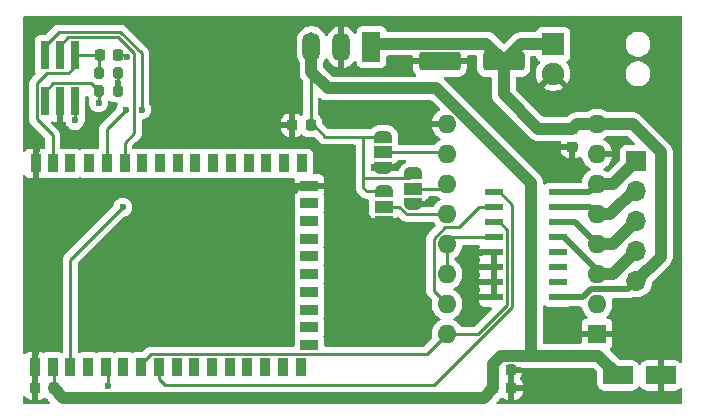
<source format=gbr>
G04 #@! TF.GenerationSoftware,KiCad,Pcbnew,9.0.1*
G04 #@! TF.CreationDate,2025-04-16T16:06:57+02:00*
G04 #@! TF.ProjectId,RulleGardin,52756c6c-6547-4617-9264-696e2e6b6963,rev?*
G04 #@! TF.SameCoordinates,Original*
G04 #@! TF.FileFunction,Copper,L1,Top*
G04 #@! TF.FilePolarity,Positive*
%FSLAX46Y46*%
G04 Gerber Fmt 4.6, Leading zero omitted, Abs format (unit mm)*
G04 Created by KiCad (PCBNEW 9.0.1) date 2025-04-16 16:06:57*
%MOMM*%
%LPD*%
G01*
G04 APERTURE LIST*
G04 Aperture macros list*
%AMRoundRect*
0 Rectangle with rounded corners*
0 $1 Rounding radius*
0 $2 $3 $4 $5 $6 $7 $8 $9 X,Y pos of 4 corners*
0 Add a 4 corners polygon primitive as box body*
4,1,4,$2,$3,$4,$5,$6,$7,$8,$9,$2,$3,0*
0 Add four circle primitives for the rounded corners*
1,1,$1+$1,$2,$3*
1,1,$1+$1,$4,$5*
1,1,$1+$1,$6,$7*
1,1,$1+$1,$8,$9*
0 Add four rect primitives between the rounded corners*
20,1,$1+$1,$2,$3,$4,$5,0*
20,1,$1+$1,$4,$5,$6,$7,0*
20,1,$1+$1,$6,$7,$8,$9,0*
20,1,$1+$1,$8,$9,$2,$3,0*%
%AMFreePoly0*
4,1,23,0.550000,-0.750000,0.000000,-0.750000,0.000000,-0.745722,-0.065263,-0.745722,-0.191342,-0.711940,-0.304381,-0.646677,-0.396677,-0.554381,-0.461940,-0.441342,-0.495722,-0.315263,-0.495722,-0.250000,-0.500000,-0.250000,-0.500000,0.250000,-0.495722,0.250000,-0.495722,0.315263,-0.461940,0.441342,-0.396677,0.554381,-0.304381,0.646677,-0.191342,0.711940,-0.065263,0.745722,0.000000,0.745722,
0.000000,0.750000,0.550000,0.750000,0.550000,-0.750000,0.550000,-0.750000,$1*%
%AMFreePoly1*
4,1,23,0.000000,0.745722,0.065263,0.745722,0.191342,0.711940,0.304381,0.646677,0.396677,0.554381,0.461940,0.441342,0.495722,0.315263,0.495722,0.250000,0.500000,0.250000,0.500000,-0.250000,0.495722,-0.250000,0.495722,-0.315263,0.461940,-0.441342,0.396677,-0.554381,0.304381,-0.646677,0.191342,-0.711940,0.065263,-0.745722,0.000000,-0.745722,0.000000,-0.750000,-0.550000,-0.750000,
-0.550000,0.750000,0.000000,0.750000,0.000000,0.745722,0.000000,0.745722,$1*%
G04 Aperture macros list end*
G04 #@! TA.AperFunction,SMDPad,CuDef*
%ADD10RoundRect,0.250000X-1.050000X-0.550000X1.050000X-0.550000X1.050000X0.550000X-1.050000X0.550000X0*%
G04 #@! TD*
G04 #@! TA.AperFunction,SMDPad,CuDef*
%ADD11RoundRect,0.225000X0.225000X0.250000X-0.225000X0.250000X-0.225000X-0.250000X0.225000X-0.250000X0*%
G04 #@! TD*
G04 #@! TA.AperFunction,SMDPad,CuDef*
%ADD12RoundRect,0.225000X-0.250000X0.225000X-0.250000X-0.225000X0.250000X-0.225000X0.250000X0.225000X0*%
G04 #@! TD*
G04 #@! TA.AperFunction,SMDPad,CuDef*
%ADD13RoundRect,0.225000X-0.225000X-0.250000X0.225000X-0.250000X0.225000X0.250000X-0.225000X0.250000X0*%
G04 #@! TD*
G04 #@! TA.AperFunction,ComponentPad*
%ADD14R,1.700000X1.700000*%
G04 #@! TD*
G04 #@! TA.AperFunction,ComponentPad*
%ADD15O,1.700000X1.700000*%
G04 #@! TD*
G04 #@! TA.AperFunction,SMDPad,CuDef*
%ADD16RoundRect,0.200000X0.200000X0.275000X-0.200000X0.275000X-0.200000X-0.275000X0.200000X-0.275000X0*%
G04 #@! TD*
G04 #@! TA.AperFunction,SMDPad,CuDef*
%ADD17R,0.740000X2.400000*%
G04 #@! TD*
G04 #@! TA.AperFunction,ComponentPad*
%ADD18R,1.900000X1.900000*%
G04 #@! TD*
G04 #@! TA.AperFunction,ComponentPad*
%ADD19C,1.900000*%
G04 #@! TD*
G04 #@! TA.AperFunction,ComponentPad*
%ADD20R,1.600000X1.600000*%
G04 #@! TD*
G04 #@! TA.AperFunction,ComponentPad*
%ADD21O,1.600000X1.600000*%
G04 #@! TD*
G04 #@! TA.AperFunction,SMDPad,CuDef*
%ADD22R,1.500000X0.600000*%
G04 #@! TD*
G04 #@! TA.AperFunction,ComponentPad*
%ADD23R,1.500000X2.500000*%
G04 #@! TD*
G04 #@! TA.AperFunction,ComponentPad*
%ADD24O,1.500000X2.500000*%
G04 #@! TD*
G04 #@! TA.AperFunction,SMDPad,CuDef*
%ADD25R,0.900000X1.500000*%
G04 #@! TD*
G04 #@! TA.AperFunction,SMDPad,CuDef*
%ADD26R,1.500000X0.900000*%
G04 #@! TD*
G04 #@! TA.AperFunction,HeatsinkPad*
%ADD27R,4.100000X4.100000*%
G04 #@! TD*
G04 #@! TA.AperFunction,SMDPad,CuDef*
%ADD28FreePoly0,90.000000*%
G04 #@! TD*
G04 #@! TA.AperFunction,SMDPad,CuDef*
%ADD29R,1.500000X1.000000*%
G04 #@! TD*
G04 #@! TA.AperFunction,SMDPad,CuDef*
%ADD30FreePoly1,90.000000*%
G04 #@! TD*
G04 #@! TA.AperFunction,SMDPad,CuDef*
%ADD31RoundRect,0.250000X1.500000X0.550000X-1.500000X0.550000X-1.500000X-0.550000X1.500000X-0.550000X0*%
G04 #@! TD*
G04 #@! TA.AperFunction,ViaPad*
%ADD32C,0.600000*%
G04 #@! TD*
G04 #@! TA.AperFunction,Conductor*
%ADD33C,0.250000*%
G04 #@! TD*
G04 #@! TA.AperFunction,Conductor*
%ADD34C,1.000000*%
G04 #@! TD*
G04 #@! TA.AperFunction,Conductor*
%ADD35C,0.500000*%
G04 #@! TD*
G04 APERTURE END LIST*
D10*
X198500000Y-116500000D03*
X202100000Y-116500000D03*
D11*
X172450000Y-95300000D03*
X170900000Y-95300000D03*
D12*
X194600000Y-95600000D03*
X194600000Y-97150000D03*
D13*
X187862500Y-116000000D03*
X189412500Y-116000000D03*
D14*
X200000000Y-98380000D03*
D15*
X200000000Y-100920000D03*
X200000000Y-103460000D03*
X200000000Y-106000000D03*
X200000000Y-108540000D03*
D16*
X156150000Y-90900000D03*
X154500000Y-90900000D03*
X156150000Y-92400000D03*
X154500000Y-92400000D03*
D17*
X152500000Y-89400000D03*
X152500000Y-93300000D03*
X151230000Y-89400000D03*
X151230000Y-93300000D03*
X149960000Y-89400000D03*
X149960000Y-93300000D03*
D18*
X192985000Y-88450000D03*
D19*
X192985000Y-90950000D03*
D20*
X196700000Y-113000000D03*
D21*
X196700000Y-110460000D03*
X196700000Y-107920000D03*
X196700000Y-105380000D03*
X196700000Y-102840000D03*
X196700000Y-100300000D03*
X196700000Y-97760000D03*
X196700000Y-95220000D03*
X184000000Y-95220000D03*
X184000000Y-97760000D03*
X184000000Y-100300000D03*
X184000000Y-102840000D03*
X184000000Y-105380000D03*
X184000000Y-107920000D03*
X184000000Y-110460000D03*
X184000000Y-113000000D03*
D22*
X188000000Y-101000000D03*
X188000000Y-102270000D03*
X188000000Y-103540000D03*
X188000000Y-104810000D03*
X188000000Y-106080000D03*
X188000000Y-107350000D03*
X188000000Y-108620000D03*
X188000000Y-109890000D03*
X193400000Y-109890000D03*
X193400000Y-108620000D03*
X193400000Y-107350000D03*
X193400000Y-106080000D03*
X193400000Y-104810000D03*
X193400000Y-103540000D03*
X193400000Y-102270000D03*
X193400000Y-101000000D03*
D23*
X177600000Y-88700000D03*
D24*
X175060000Y-88700000D03*
X172520000Y-88700000D03*
D25*
X149100000Y-115800000D03*
X150600000Y-115800000D03*
X152100000Y-115800000D03*
X153600000Y-115800000D03*
X155100000Y-115800000D03*
X156600000Y-115800000D03*
X158100000Y-115800000D03*
X159600000Y-115800000D03*
X161100000Y-115800000D03*
X162600000Y-115800000D03*
X164100000Y-115800000D03*
X165600000Y-115800000D03*
X167100000Y-115800000D03*
X168600000Y-115800000D03*
X170100000Y-115800000D03*
X171600000Y-115800000D03*
D26*
X172350000Y-113925000D03*
X172350000Y-112425000D03*
X172350000Y-110925000D03*
X172350000Y-109425000D03*
X172350000Y-107925000D03*
X172350000Y-106425000D03*
X172350000Y-104925000D03*
X172350000Y-103425000D03*
X172350000Y-101925000D03*
X172350000Y-100425000D03*
D25*
X171700000Y-98550000D03*
X170200000Y-98550000D03*
X168700000Y-98550000D03*
X167200000Y-98550000D03*
X165700000Y-98550000D03*
X164200000Y-98550000D03*
X162700000Y-98550000D03*
X161200000Y-98550000D03*
X159700000Y-98550000D03*
X158200000Y-98550000D03*
X156700000Y-98550000D03*
X155200000Y-98550000D03*
X153700000Y-98550000D03*
X152100000Y-98550000D03*
X150600000Y-98550000D03*
X149200000Y-98550000D03*
D27*
X157140000Y-108365000D03*
D28*
X178657500Y-103500000D03*
D29*
X178657500Y-102200000D03*
D30*
X178657500Y-100900000D03*
D11*
X156150000Y-89400000D03*
X154600000Y-89400000D03*
D13*
X149150000Y-117600000D03*
X150700000Y-117600000D03*
D11*
X189450000Y-117600000D03*
X187900000Y-117600000D03*
D31*
X188800000Y-89900000D03*
X183400000Y-89900000D03*
D28*
X181157500Y-102000000D03*
D29*
X181157500Y-100700000D03*
D30*
X181157500Y-99400000D03*
D28*
X178600000Y-98900000D03*
D29*
X178600000Y-97600000D03*
D30*
X178600000Y-96300000D03*
D32*
X152500000Y-94900000D03*
X156150000Y-91700000D03*
X156550000Y-102250000D03*
X154500000Y-93400000D03*
X194600000Y-98000000D03*
X190300000Y-117600000D03*
X190100000Y-116000000D03*
X155300000Y-117400000D03*
X186900000Y-106100000D03*
X179800000Y-103500000D03*
X182200000Y-102000000D03*
X179700000Y-98900000D03*
X171100000Y-100900000D03*
X149200000Y-114600000D03*
X158151000Y-94000000D03*
X156800000Y-94000000D03*
X149300000Y-97400000D03*
X151200000Y-95000000D03*
X156900000Y-89500000D03*
D33*
X152500000Y-94900000D02*
X152500000Y-93300000D01*
X156150000Y-90900000D02*
X156150000Y-91700000D01*
D34*
X187099000Y-118401000D02*
X151501000Y-118401000D01*
X187900000Y-117600000D02*
X187099000Y-118401000D01*
X151501000Y-118401000D02*
X150700000Y-117600000D01*
D33*
X152100000Y-115800000D02*
X152100000Y-106700000D01*
X152100000Y-106700000D02*
X156550000Y-102250000D01*
X154500000Y-93400000D02*
X154500000Y-92400000D01*
D35*
X194600000Y-97150000D02*
X194600000Y-98000000D01*
X199331000Y-109209000D02*
X200000000Y-108540000D01*
X196181818Y-109209000D02*
X199331000Y-109209000D01*
X195500818Y-109890000D02*
X196181818Y-109209000D01*
X193400000Y-109890000D02*
X195500818Y-109890000D01*
X196700000Y-107600000D02*
X196700000Y-107920000D01*
X193910000Y-104810000D02*
X196700000Y-107600000D01*
X193400000Y-104810000D02*
X193910000Y-104810000D01*
X193400000Y-103540000D02*
X194860000Y-103540000D01*
X194860000Y-103540000D02*
X196700000Y-105380000D01*
X196130000Y-102270000D02*
X196700000Y-102840000D01*
X193400000Y-102270000D02*
X196130000Y-102270000D01*
X193400000Y-101000000D02*
X196000000Y-101000000D01*
X196000000Y-101000000D02*
X196700000Y-100300000D01*
D34*
X173900000Y-92200000D02*
X172520000Y-90820000D01*
X191100000Y-100197265D02*
X183102735Y-92200000D01*
X172520000Y-90820000D02*
X172520000Y-88700000D01*
X191100000Y-114824000D02*
X191100000Y-100197265D01*
X183102735Y-92200000D02*
X173900000Y-92200000D01*
X191100000Y-114824000D02*
X188563500Y-114824000D01*
X187900000Y-116037500D02*
X187862500Y-116000000D01*
X187900000Y-117600000D02*
X187900000Y-116037500D01*
X187862500Y-115525000D02*
X187862500Y-116000000D01*
X188563500Y-114824000D02*
X187862500Y-115525000D01*
X196824000Y-114824000D02*
X191100000Y-114824000D01*
X198500000Y-116500000D02*
X196824000Y-114824000D01*
D33*
X189450000Y-117600000D02*
X190300000Y-117600000D01*
X189412500Y-116000000D02*
X190100000Y-116000000D01*
X155300000Y-116000000D02*
X155100000Y-115800000D01*
X155300000Y-117400000D02*
X155300000Y-116000000D01*
X158899000Y-114701000D02*
X158100000Y-115500000D01*
X182299000Y-114701000D02*
X158899000Y-114701000D01*
X184000000Y-113000000D02*
X182299000Y-114701000D01*
X158100000Y-115500000D02*
X158100000Y-115800000D01*
X159600000Y-116800000D02*
X159600000Y-115800000D01*
X189527000Y-110702810D02*
X182929810Y-117300000D01*
X182929810Y-117300000D02*
X160100000Y-117300000D01*
X189527000Y-102077000D02*
X189527000Y-110702810D01*
X188450000Y-101000000D02*
X189527000Y-102077000D01*
X188000000Y-101000000D02*
X188450000Y-101000000D01*
X160100000Y-117300000D02*
X159600000Y-116800000D01*
X186920000Y-106080000D02*
X186900000Y-106100000D01*
X188000000Y-106080000D02*
X186920000Y-106080000D01*
X188000000Y-106080000D02*
X188000000Y-109890000D01*
X188450000Y-103540000D02*
X188000000Y-103540000D01*
X189076000Y-110516000D02*
X189076000Y-104166000D01*
X186592000Y-113000000D02*
X189076000Y-110516000D01*
X189076000Y-104166000D02*
X188450000Y-103540000D01*
X184000000Y-113000000D02*
X186592000Y-113000000D01*
X184000000Y-107920000D02*
X184000000Y-105380000D01*
X182874000Y-104913595D02*
X183821595Y-103966000D01*
X182874000Y-109334000D02*
X182874000Y-104913595D01*
X183821595Y-103966000D02*
X185034000Y-103966000D01*
X186730000Y-102270000D02*
X188000000Y-102270000D01*
X184000000Y-110460000D02*
X182874000Y-109334000D01*
X185034000Y-103966000D02*
X186730000Y-102270000D01*
X184570000Y-104810000D02*
X184000000Y-105380000D01*
X188000000Y-104810000D02*
X184570000Y-104810000D01*
X178657500Y-103500000D02*
X179800000Y-103500000D01*
X181157500Y-102000000D02*
X182200000Y-102000000D01*
X178600000Y-98900000D02*
X179700000Y-98900000D01*
X180757500Y-99800000D02*
X176900000Y-99800000D01*
X181157500Y-99400000D02*
X180757500Y-99800000D01*
X176900000Y-99800000D02*
X176900000Y-100600000D01*
X177200000Y-100900000D02*
X178657500Y-100900000D01*
X176900000Y-100600000D02*
X177200000Y-100900000D01*
X176900000Y-96300000D02*
X176900000Y-99800000D01*
X176900000Y-96300000D02*
X178600000Y-96300000D01*
X179932288Y-102200000D02*
X180572288Y-102840000D01*
X180572288Y-102840000D02*
X184000000Y-102840000D01*
X178657500Y-102200000D02*
X179932288Y-102200000D01*
X183600000Y-100700000D02*
X184000000Y-100300000D01*
X181157500Y-100700000D02*
X183600000Y-100700000D01*
X183840000Y-97600000D02*
X184000000Y-97760000D01*
X178600000Y-97600000D02*
X183840000Y-97600000D01*
X173700000Y-96300000D02*
X176900000Y-96300000D01*
X172700000Y-95300000D02*
X173700000Y-96300000D01*
X172450000Y-95300000D02*
X172700000Y-95300000D01*
X172450000Y-88770000D02*
X172520000Y-88700000D01*
X172450000Y-95300000D02*
X172450000Y-88770000D01*
X171575000Y-100425000D02*
X171100000Y-100900000D01*
X172350000Y-100425000D02*
X171575000Y-100425000D01*
X149100000Y-114700000D02*
X149200000Y-114600000D01*
X149100000Y-115800000D02*
X149100000Y-114700000D01*
X149150000Y-115850000D02*
X149100000Y-115800000D01*
X149150000Y-117600000D02*
X149150000Y-115850000D01*
X150700000Y-115900000D02*
X150600000Y-115800000D01*
X150700000Y-117600000D02*
X150700000Y-115900000D01*
X151107000Y-87423000D02*
X149960000Y-88570000D01*
X156346108Y-87423000D02*
X151107000Y-87423000D01*
X158151000Y-89227892D02*
X156346108Y-87423000D01*
X158151000Y-94000000D02*
X158151000Y-89227892D01*
X149960000Y-88570000D02*
X149960000Y-89400000D01*
X155200000Y-95600000D02*
X156800000Y-94000000D01*
X155200000Y-98550000D02*
X155200000Y-95600000D01*
X156700000Y-96800000D02*
X156700000Y-98550000D01*
X156159298Y-87874000D02*
X157526000Y-89240702D01*
X157526000Y-89240702D02*
X157526000Y-95974000D01*
X151926000Y-87874000D02*
X156159298Y-87874000D01*
X151230000Y-88570000D02*
X151926000Y-87874000D01*
X157526000Y-95974000D02*
X156700000Y-96800000D01*
X151230000Y-89400000D02*
X151230000Y-88570000D01*
X152500000Y-90352000D02*
X152500000Y-89400000D01*
X149264000Y-91774000D02*
X150112000Y-90926000D01*
X149264000Y-94826000D02*
X149264000Y-91774000D01*
X150600000Y-96162000D02*
X149264000Y-94826000D01*
X150112000Y-90926000D02*
X151926000Y-90926000D01*
X150600000Y-98550000D02*
X150600000Y-96162000D01*
X151926000Y-90926000D02*
X152500000Y-90352000D01*
X149200000Y-97500000D02*
X149300000Y-97400000D01*
X149200000Y-98550000D02*
X149200000Y-97500000D01*
X151230000Y-94970000D02*
X151200000Y-95000000D01*
X151230000Y-93300000D02*
X151230000Y-94970000D01*
X156800000Y-89400000D02*
X156900000Y-89500000D01*
X156150000Y-89400000D02*
X156800000Y-89400000D01*
X156150000Y-92400000D02*
X156150000Y-91700000D01*
X154600000Y-89400000D02*
X152500000Y-89400000D01*
X154500000Y-89500000D02*
X154600000Y-89400000D01*
X154500000Y-90900000D02*
X154500000Y-89500000D01*
X149960000Y-92470000D02*
X149960000Y-93300000D01*
X153874000Y-91774000D02*
X150656000Y-91774000D01*
X154500000Y-92400000D02*
X153874000Y-91774000D01*
X150656000Y-91774000D02*
X149960000Y-92470000D01*
D34*
X196700000Y-107920000D02*
X198080000Y-107920000D01*
X198080000Y-107920000D02*
X200000000Y-106000000D01*
X198080000Y-105380000D02*
X200000000Y-103460000D01*
X196700000Y-105380000D02*
X198080000Y-105380000D01*
X199971370Y-100700000D02*
X200220000Y-100700000D01*
X200220000Y-100700000D02*
X200000000Y-100920000D01*
X197831370Y-102840000D02*
X199971370Y-100700000D01*
X196700000Y-102840000D02*
X197831370Y-102840000D01*
X198080000Y-100300000D02*
X200000000Y-98380000D01*
X196700000Y-100300000D02*
X198080000Y-100300000D01*
X202100000Y-97600000D02*
X199720000Y-95220000D01*
X202100000Y-106440000D02*
X202100000Y-97600000D01*
X200000000Y-108540000D02*
X202100000Y-106440000D01*
X199720000Y-95220000D02*
X196700000Y-95220000D01*
X188800000Y-92700000D02*
X188800000Y-89900000D01*
X191700000Y-95600000D02*
X188800000Y-92700000D01*
X194600000Y-95600000D02*
X191700000Y-95600000D01*
X196700000Y-95220000D02*
X194980000Y-95220000D01*
X194980000Y-95220000D02*
X194600000Y-95600000D01*
X187299000Y-88399000D02*
X188800000Y-89900000D01*
X177901000Y-88399000D02*
X187299000Y-88399000D01*
X177600000Y-88700000D02*
X177901000Y-88399000D01*
X192985000Y-88450000D02*
X190250000Y-88450000D01*
X190250000Y-88450000D02*
X188800000Y-89900000D01*
G04 #@! TA.AperFunction,Conductor*
G36*
X153530100Y-92805949D02*
G01*
X153538530Y-92805847D01*
X153561920Y-92820481D01*
X153587012Y-92831941D01*
X153591709Y-92839119D01*
X153598717Y-92843504D01*
X153618471Y-92873437D01*
X153622195Y-92881336D01*
X153649173Y-92967913D01*
X153712013Y-93071864D01*
X153714788Y-93077749D01*
X153719302Y-93106657D01*
X153726769Y-93134937D01*
X153724711Y-93141292D01*
X153725743Y-93147895D01*
X153723551Y-93158054D01*
X153723778Y-93158099D01*
X153722571Y-93164166D01*
X153722570Y-93164169D01*
X153708904Y-93232873D01*
X153691500Y-93320367D01*
X153691500Y-93479632D01*
X153694127Y-93492837D01*
X153722570Y-93635831D01*
X153783517Y-93782968D01*
X153871997Y-93915389D01*
X153871998Y-93915390D01*
X153872003Y-93915396D01*
X153984603Y-94027996D01*
X153984609Y-94028001D01*
X153984611Y-94028003D01*
X154117032Y-94116483D01*
X154264169Y-94177430D01*
X154420370Y-94208500D01*
X154420371Y-94208500D01*
X154579629Y-94208500D01*
X154579630Y-94208500D01*
X154735831Y-94177430D01*
X154882968Y-94116483D01*
X155015389Y-94028003D01*
X155128003Y-93915389D01*
X155216483Y-93782968D01*
X155277430Y-93635831D01*
X155308500Y-93479630D01*
X155308500Y-93337850D01*
X155328502Y-93269729D01*
X155382158Y-93223236D01*
X155452432Y-93213132D01*
X155502361Y-93234463D01*
X155503323Y-93232873D01*
X155509844Y-93236815D01*
X155509845Y-93236816D01*
X155657087Y-93325827D01*
X155821351Y-93377013D01*
X155892735Y-93383500D01*
X156003829Y-93383499D01*
X156071948Y-93403500D01*
X156118441Y-93457156D01*
X156128546Y-93527430D01*
X156108595Y-93579498D01*
X156083517Y-93617030D01*
X156083517Y-93617031D01*
X156022570Y-93764168D01*
X156000886Y-93873178D01*
X155967978Y-93936087D01*
X155966403Y-93937690D01*
X154796167Y-95107929D01*
X154707927Y-95196169D01*
X154707926Y-95196171D01*
X154685433Y-95229835D01*
X154638600Y-95299925D01*
X154618821Y-95347675D01*
X154601548Y-95389377D01*
X154590845Y-95415215D01*
X154590809Y-95415396D01*
X154566500Y-95537603D01*
X154566500Y-97231153D01*
X154546498Y-97299274D01*
X154492842Y-97345767D01*
X154422568Y-97355871D01*
X154396468Y-97349209D01*
X154259199Y-97298010D01*
X154259196Y-97298009D01*
X154198649Y-97291500D01*
X154198638Y-97291500D01*
X153201362Y-97291500D01*
X153201350Y-97291500D01*
X153140803Y-97298009D01*
X153140795Y-97298011D01*
X153003796Y-97349110D01*
X153003793Y-97349112D01*
X152975506Y-97370287D01*
X152908985Y-97395096D01*
X152839612Y-97380003D01*
X152824494Y-97370287D01*
X152796206Y-97349112D01*
X152796203Y-97349110D01*
X152659204Y-97298011D01*
X152659196Y-97298009D01*
X152598649Y-97291500D01*
X152598638Y-97291500D01*
X151601362Y-97291500D01*
X151601350Y-97291500D01*
X151540803Y-97298009D01*
X151540800Y-97298010D01*
X151403532Y-97349209D01*
X151332717Y-97354273D01*
X151270405Y-97320248D01*
X151236379Y-97257936D01*
X151233500Y-97231153D01*
X151233500Y-96099607D01*
X151233499Y-96099603D01*
X151233002Y-96097104D01*
X151209155Y-95977215D01*
X151161400Y-95861925D01*
X151092071Y-95758167D01*
X151003833Y-95669929D01*
X150502592Y-95168688D01*
X150486264Y-95138786D01*
X150468572Y-95106403D01*
X150468573Y-95106388D01*
X150468566Y-95106376D01*
X150471216Y-95069312D01*
X150473622Y-95035586D01*
X150473629Y-95035575D01*
X150473631Y-95035561D01*
X150494557Y-95007606D01*
X150516156Y-94978741D01*
X150516172Y-94978731D01*
X150516178Y-94978725D01*
X150547629Y-94961547D01*
X150551659Y-94960043D01*
X150622470Y-94954964D01*
X150639746Y-94960034D01*
X150750906Y-95001494D01*
X150811402Y-95007999D01*
X150811415Y-95008000D01*
X150976000Y-95008000D01*
X150976000Y-93426000D01*
X150996002Y-93357879D01*
X151049658Y-93311386D01*
X151102000Y-93300000D01*
X151358000Y-93300000D01*
X151426121Y-93320002D01*
X151472614Y-93373658D01*
X151484000Y-93426000D01*
X151484000Y-95008000D01*
X151593737Y-95008000D01*
X151661858Y-95028002D01*
X151708351Y-95081658D01*
X151717315Y-95109416D01*
X151722570Y-95135831D01*
X151783517Y-95282968D01*
X151854613Y-95389371D01*
X151871998Y-95415390D01*
X151872003Y-95415396D01*
X151984603Y-95527996D01*
X151984609Y-95528001D01*
X151984611Y-95528003D01*
X152117032Y-95616483D01*
X152264169Y-95677430D01*
X152420370Y-95708500D01*
X152420371Y-95708500D01*
X152579629Y-95708500D01*
X152579630Y-95708500D01*
X152735831Y-95677430D01*
X152882968Y-95616483D01*
X153015389Y-95528003D01*
X153128003Y-95415389D01*
X153216483Y-95282968D01*
X153277430Y-95135831D01*
X153308500Y-94979630D01*
X153308500Y-94820370D01*
X153308498Y-94820362D01*
X153308011Y-94815417D01*
X153319414Y-94755272D01*
X153317739Y-94754648D01*
X153320887Y-94746205D01*
X153320889Y-94746204D01*
X153371989Y-94609201D01*
X153373844Y-94591953D01*
X153378499Y-94548649D01*
X153378500Y-94548632D01*
X153378500Y-92927165D01*
X153380874Y-92919076D01*
X153379574Y-92910747D01*
X153390729Y-92885514D01*
X153398502Y-92859044D01*
X153404873Y-92853523D01*
X153408282Y-92845813D01*
X153431308Y-92830616D01*
X153452158Y-92812551D01*
X153460501Y-92811351D01*
X153467538Y-92806708D01*
X153495123Y-92806373D01*
X153522432Y-92802447D01*
X153530100Y-92805949D01*
G37*
G04 #@! TD.AperFunction*
G04 #@! TA.AperFunction,Conductor*
G36*
X203866621Y-86095502D02*
G01*
X203913114Y-86149158D01*
X203924500Y-86201500D01*
X203924500Y-115348335D01*
X203904498Y-115416456D01*
X203850842Y-115462949D01*
X203780568Y-115473053D01*
X203715988Y-115443559D01*
X203709405Y-115437430D01*
X203623345Y-115351370D01*
X203623339Y-115351365D01*
X203472525Y-115258342D01*
X203304321Y-115202606D01*
X203304318Y-115202605D01*
X203200516Y-115192000D01*
X202354000Y-115192000D01*
X202354000Y-117808000D01*
X203200517Y-117808000D01*
X203200516Y-117807999D01*
X203304318Y-117797394D01*
X203304321Y-117797393D01*
X203472525Y-117741657D01*
X203623339Y-117648634D01*
X203623345Y-117648629D01*
X203709405Y-117562570D01*
X203771717Y-117528544D01*
X203842532Y-117533609D01*
X203899368Y-117576156D01*
X203924179Y-117642676D01*
X203924500Y-117651665D01*
X203924500Y-118798500D01*
X203904498Y-118866621D01*
X203850842Y-118913114D01*
X203798500Y-118924500D01*
X188305924Y-118924500D01*
X188237803Y-118904498D01*
X188191310Y-118850842D01*
X188181206Y-118780568D01*
X188210700Y-118715988D01*
X188216828Y-118709405D01*
X188370866Y-118555366D01*
X188395107Y-118536436D01*
X188407076Y-118529250D01*
X188437101Y-118519302D01*
X188583040Y-118429285D01*
X188597218Y-118415106D01*
X188610501Y-118407133D01*
X188630455Y-118401930D01*
X188648554Y-118392045D01*
X188664110Y-118393155D01*
X188679201Y-118389221D01*
X188698801Y-118395632D01*
X188719370Y-118397101D01*
X188736042Y-118407814D01*
X188746679Y-118411294D01*
X188752411Y-118418333D01*
X188764447Y-118426067D01*
X188767265Y-118428885D01*
X188767271Y-118428890D01*
X188913115Y-118518847D01*
X189075758Y-118572742D01*
X189075770Y-118572744D01*
X189176147Y-118582999D01*
X189176147Y-118583000D01*
X189196000Y-118583000D01*
X189704000Y-118583000D01*
X189723853Y-118583000D01*
X189723852Y-118582999D01*
X189824229Y-118572744D01*
X189824241Y-118572742D01*
X189986884Y-118518847D01*
X190132728Y-118428890D01*
X190132734Y-118428885D01*
X190253885Y-118307734D01*
X190253890Y-118307728D01*
X190343847Y-118161884D01*
X190397742Y-117999241D01*
X190397744Y-117999229D01*
X190407999Y-117898852D01*
X190408000Y-117898852D01*
X190408000Y-117854000D01*
X189704000Y-117854000D01*
X189704000Y-118583000D01*
X189196000Y-118583000D01*
X189196000Y-117114999D01*
X189195405Y-117114404D01*
X189161379Y-117052092D01*
X189158500Y-117025309D01*
X189158500Y-116485001D01*
X189666500Y-116485001D01*
X189667095Y-116485596D01*
X189701121Y-116547908D01*
X189704000Y-116574691D01*
X189704000Y-117346000D01*
X190408000Y-117346000D01*
X190408000Y-117301147D01*
X190397744Y-117200770D01*
X190397742Y-117200758D01*
X190343847Y-117038115D01*
X190253890Y-116892271D01*
X190230742Y-116869124D01*
X190196716Y-116806812D01*
X190201780Y-116735997D01*
X190212595Y-116713880D01*
X190306347Y-116561884D01*
X190360242Y-116399241D01*
X190360244Y-116399229D01*
X190370499Y-116298852D01*
X190370500Y-116298852D01*
X190370500Y-116254000D01*
X189666500Y-116254000D01*
X189666500Y-116485001D01*
X189158500Y-116485001D01*
X189158500Y-116126000D01*
X189178502Y-116057879D01*
X189232158Y-116011386D01*
X189284500Y-116000000D01*
X189412500Y-116000000D01*
X189412500Y-115958500D01*
X189432502Y-115890379D01*
X189486158Y-115843886D01*
X189538500Y-115832500D01*
X191000671Y-115832500D01*
X196354076Y-115832500D01*
X196422197Y-115852502D01*
X196443171Y-115869405D01*
X196654595Y-116080829D01*
X196688621Y-116143141D01*
X196691500Y-116169924D01*
X196691500Y-117100544D01*
X196702112Y-117204425D01*
X196757885Y-117372738D01*
X196850970Y-117523652D01*
X196850975Y-117523658D01*
X196976341Y-117649024D01*
X196976347Y-117649029D01*
X196976348Y-117649030D01*
X197127262Y-117742115D01*
X197295574Y-117797887D01*
X197399455Y-117808500D01*
X199600544Y-117808499D01*
X199704426Y-117797887D01*
X199872738Y-117742115D01*
X200023652Y-117649030D01*
X200149030Y-117523652D01*
X200193054Y-117452278D01*
X200245838Y-117404800D01*
X200315913Y-117393397D01*
X200381029Y-117421689D01*
X200407535Y-117452279D01*
X200451363Y-117523336D01*
X200451370Y-117523345D01*
X200576654Y-117648629D01*
X200576660Y-117648634D01*
X200727474Y-117741657D01*
X200895678Y-117797393D01*
X200895681Y-117797394D01*
X200999483Y-117807999D01*
X200999483Y-117808000D01*
X201846000Y-117808000D01*
X201846000Y-115192000D01*
X200999483Y-115192000D01*
X200895681Y-115202605D01*
X200895678Y-115202606D01*
X200727474Y-115258342D01*
X200576660Y-115351365D01*
X200576654Y-115351370D01*
X200451370Y-115476654D01*
X200451365Y-115476660D01*
X200407535Y-115547721D01*
X200354749Y-115595199D01*
X200284674Y-115606602D01*
X200219558Y-115578309D01*
X200193053Y-115547721D01*
X200149218Y-115476654D01*
X200149030Y-115476348D01*
X200149029Y-115476347D01*
X200149024Y-115476341D01*
X200023658Y-115350975D01*
X200023652Y-115350970D01*
X199996948Y-115334499D01*
X199872738Y-115257885D01*
X199788582Y-115229999D01*
X199704427Y-115202113D01*
X199704420Y-115202112D01*
X199600553Y-115191500D01*
X199600545Y-115191500D01*
X198669924Y-115191500D01*
X198601803Y-115171498D01*
X198580829Y-115154595D01*
X197809161Y-114382927D01*
X197775135Y-114320615D01*
X197780200Y-114249800D01*
X197822747Y-114192964D01*
X197822749Y-114192962D01*
X197862905Y-114162902D01*
X197950444Y-114045965D01*
X197950444Y-114045964D01*
X198001494Y-113909093D01*
X198007999Y-113848597D01*
X198008000Y-113848585D01*
X198008000Y-113254000D01*
X197011686Y-113254000D01*
X197020080Y-113245606D01*
X197072741Y-113154394D01*
X197100000Y-113052661D01*
X197100000Y-112947339D01*
X197072741Y-112845606D01*
X197020080Y-112754394D01*
X197011686Y-112746000D01*
X198008000Y-112746000D01*
X198008000Y-112151414D01*
X198007999Y-112151402D01*
X198001494Y-112090906D01*
X197950444Y-111954035D01*
X197950444Y-111954034D01*
X197862904Y-111837095D01*
X197745965Y-111749555D01*
X197609094Y-111698505D01*
X197596657Y-111697168D01*
X197531065Y-111669996D01*
X197490576Y-111611676D01*
X197488045Y-111540725D01*
X197524275Y-111479668D01*
X197536070Y-111469954D01*
X197552430Y-111458068D01*
X197698068Y-111312430D01*
X197819129Y-111145803D01*
X197912634Y-110962290D01*
X197976280Y-110766408D01*
X198008500Y-110562981D01*
X198008500Y-110357019D01*
X197976280Y-110153592D01*
X197969405Y-110132435D01*
X197967378Y-110061470D01*
X198004040Y-110000671D01*
X198067752Y-109969346D01*
X198089239Y-109967500D01*
X199405701Y-109967500D01*
X199405705Y-109967500D01*
X199405706Y-109967500D01*
X199478976Y-109952925D01*
X199552247Y-109938351D01*
X199687423Y-109882359D01*
X199691645Y-109880951D01*
X199717610Y-109880007D01*
X199751217Y-109876030D01*
X199893084Y-109898500D01*
X199893087Y-109898500D01*
X200106913Y-109898500D01*
X200106916Y-109898500D01*
X200318116Y-109865049D01*
X200521483Y-109798972D01*
X200712009Y-109701894D01*
X200885004Y-109576206D01*
X201036206Y-109425004D01*
X201161894Y-109252009D01*
X201258972Y-109061483D01*
X201325049Y-108858116D01*
X201358500Y-108646916D01*
X201358500Y-108646912D01*
X201359274Y-108642026D01*
X201361400Y-108642362D01*
X201383448Y-108584433D01*
X201394709Y-108571524D01*
X202883353Y-107082881D01*
X202993721Y-106917704D01*
X203069744Y-106734169D01*
X203087902Y-106642881D01*
X203108500Y-106539329D01*
X203108500Y-97500671D01*
X203069744Y-97305831D01*
X202993721Y-97122296D01*
X202883353Y-96957119D01*
X202742881Y-96816647D01*
X200362881Y-94436647D01*
X200197704Y-94326279D01*
X200014169Y-94250256D01*
X199819331Y-94211500D01*
X199819329Y-94211500D01*
X197579012Y-94211500D01*
X197510891Y-94191498D01*
X197504952Y-94187436D01*
X197385809Y-94100874D01*
X197344111Y-94079628D01*
X197202290Y-94007366D01*
X197202287Y-94007365D01*
X197202285Y-94007364D01*
X197006412Y-93943721D01*
X197006410Y-93943720D01*
X197006408Y-93943720D01*
X196802981Y-93911500D01*
X196597019Y-93911500D01*
X196393592Y-93943720D01*
X196393590Y-93943720D01*
X196393587Y-93943721D01*
X196197714Y-94007364D01*
X196197708Y-94007367D01*
X196014190Y-94100874D01*
X195895048Y-94187436D01*
X195828181Y-94211295D01*
X195820988Y-94211500D01*
X194880668Y-94211500D01*
X194685830Y-94250256D01*
X194685825Y-94250258D01*
X194502296Y-94326279D01*
X194337123Y-94436644D01*
X194337116Y-94436649D01*
X194219171Y-94554595D01*
X194156859Y-94588621D01*
X194130076Y-94591500D01*
X192169924Y-94591500D01*
X192101803Y-94571498D01*
X192080829Y-94554595D01*
X189845405Y-92319171D01*
X189830460Y-92291802D01*
X189813604Y-92265574D01*
X189812698Y-92259275D01*
X189811379Y-92256859D01*
X189808500Y-92230076D01*
X189808500Y-91334499D01*
X189828502Y-91266378D01*
X189882158Y-91219885D01*
X189934500Y-91208499D01*
X190350544Y-91208499D01*
X190454426Y-91197887D01*
X190622738Y-91142115D01*
X190773652Y-91049030D01*
X190899030Y-90923652D01*
X190992115Y-90772738D01*
X191047887Y-90604426D01*
X191058500Y-90500545D01*
X191058499Y-89584499D01*
X191061090Y-89575674D01*
X191059781Y-89566568D01*
X191070936Y-89542142D01*
X191078501Y-89516379D01*
X191085454Y-89510354D01*
X191089275Y-89501988D01*
X191111860Y-89487473D01*
X191132157Y-89469886D01*
X191142843Y-89467561D01*
X191149001Y-89463604D01*
X191184499Y-89458500D01*
X191426617Y-89458500D01*
X191494738Y-89478502D01*
X191541231Y-89532158D01*
X191544672Y-89540467D01*
X191584110Y-89646202D01*
X191584112Y-89646207D01*
X191671738Y-89763261D01*
X191788792Y-89850887D01*
X191796701Y-89855205D01*
X191795516Y-89857374D01*
X191841758Y-89891985D01*
X191866573Y-89958503D01*
X191851487Y-90027878D01*
X191842832Y-90041561D01*
X191738008Y-90185839D01*
X191633817Y-90390325D01*
X191562902Y-90608578D01*
X191527000Y-90835256D01*
X191527000Y-91064743D01*
X191562902Y-91291421D01*
X191633817Y-91509674D01*
X191738008Y-91714160D01*
X191790029Y-91785759D01*
X192419191Y-91156596D01*
X192425889Y-91181591D01*
X192504881Y-91318408D01*
X192616592Y-91430119D01*
X192753409Y-91509111D01*
X192778401Y-91515807D01*
X192149239Y-92144969D01*
X192220842Y-92196992D01*
X192425325Y-92301182D01*
X192643578Y-92372097D01*
X192870256Y-92408000D01*
X193099744Y-92408000D01*
X193326421Y-92372097D01*
X193544674Y-92301182D01*
X193749159Y-92196991D01*
X193820760Y-92144970D01*
X193820760Y-92144969D01*
X193191598Y-91515807D01*
X193216591Y-91509111D01*
X193353408Y-91430119D01*
X193465119Y-91318408D01*
X193544111Y-91181591D01*
X193550808Y-91156597D01*
X194179970Y-91785760D01*
X194231991Y-91714159D01*
X194336182Y-91509674D01*
X194407097Y-91291421D01*
X194443000Y-91064743D01*
X194443000Y-90846532D01*
X199114500Y-90846532D01*
X199114500Y-91053467D01*
X199147603Y-91219885D01*
X199154870Y-91256420D01*
X199234059Y-91447598D01*
X199349023Y-91619655D01*
X199349024Y-91619656D01*
X199349029Y-91619662D01*
X199495337Y-91765970D01*
X199495343Y-91765975D01*
X199495345Y-91765977D01*
X199667402Y-91880941D01*
X199858580Y-91960130D01*
X200061535Y-92000500D01*
X200061536Y-92000500D01*
X200268464Y-92000500D01*
X200268465Y-92000500D01*
X200471420Y-91960130D01*
X200662598Y-91880941D01*
X200834655Y-91765977D01*
X200980977Y-91619655D01*
X201095941Y-91447598D01*
X201175130Y-91256420D01*
X201215500Y-91053465D01*
X201215500Y-90846535D01*
X201175130Y-90643580D01*
X201095941Y-90452402D01*
X200980977Y-90280345D01*
X200980975Y-90280343D01*
X200980970Y-90280337D01*
X200834662Y-90134029D01*
X200834656Y-90134024D01*
X200795768Y-90108040D01*
X200662598Y-90019059D01*
X200471420Y-89939870D01*
X200400816Y-89925826D01*
X200268467Y-89899500D01*
X200268465Y-89899500D01*
X200061535Y-89899500D01*
X200061532Y-89899500D01*
X199858579Y-89939870D01*
X199858574Y-89939872D01*
X199667402Y-90019059D01*
X199495343Y-90134024D01*
X199495337Y-90134029D01*
X199349029Y-90280337D01*
X199349024Y-90280343D01*
X199234059Y-90452402D01*
X199154872Y-90643574D01*
X199154870Y-90643579D01*
X199114500Y-90846532D01*
X194443000Y-90846532D01*
X194443000Y-90835256D01*
X194407097Y-90608578D01*
X194336182Y-90390325D01*
X194231990Y-90185838D01*
X194127168Y-90041562D01*
X194103309Y-89974694D01*
X194119390Y-89905542D01*
X194170304Y-89856062D01*
X194178242Y-89852505D01*
X194181201Y-89850889D01*
X194181204Y-89850889D01*
X194298261Y-89763261D01*
X194346462Y-89698872D01*
X194385887Y-89646207D01*
X194385887Y-89646206D01*
X194385889Y-89646204D01*
X194436989Y-89509201D01*
X194437645Y-89503106D01*
X194443499Y-89448649D01*
X194443500Y-89448632D01*
X194443500Y-88346532D01*
X199114500Y-88346532D01*
X199114500Y-88346535D01*
X199114500Y-88553465D01*
X199154870Y-88756420D01*
X199234059Y-88947598D01*
X199336644Y-89101128D01*
X199349024Y-89119656D01*
X199349029Y-89119662D01*
X199495337Y-89265970D01*
X199495343Y-89265975D01*
X199495345Y-89265977D01*
X199667402Y-89380941D01*
X199858580Y-89460130D01*
X200061535Y-89500500D01*
X200061536Y-89500500D01*
X200268464Y-89500500D01*
X200268465Y-89500500D01*
X200471420Y-89460130D01*
X200662598Y-89380941D01*
X200834655Y-89265977D01*
X200980977Y-89119655D01*
X201095941Y-88947598D01*
X201175130Y-88756420D01*
X201215500Y-88553465D01*
X201215500Y-88346535D01*
X201175130Y-88143580D01*
X201095941Y-87952402D01*
X200980977Y-87780345D01*
X200980975Y-87780343D01*
X200980970Y-87780337D01*
X200834662Y-87634029D01*
X200834656Y-87634024D01*
X200807150Y-87615645D01*
X200662598Y-87519059D01*
X200471420Y-87439870D01*
X200418070Y-87429258D01*
X200268467Y-87399500D01*
X200268465Y-87399500D01*
X200061535Y-87399500D01*
X200061532Y-87399500D01*
X199858579Y-87439870D01*
X199858574Y-87439872D01*
X199667402Y-87519059D01*
X199495343Y-87634024D01*
X199495337Y-87634029D01*
X199349029Y-87780337D01*
X199349024Y-87780343D01*
X199234059Y-87952402D01*
X199154872Y-88143574D01*
X199154870Y-88143579D01*
X199114500Y-88346532D01*
X194443500Y-88346532D01*
X194443500Y-87451367D01*
X194443499Y-87451350D01*
X194436990Y-87390803D01*
X194436988Y-87390795D01*
X194385889Y-87253797D01*
X194385887Y-87253792D01*
X194298261Y-87136738D01*
X194181207Y-87049112D01*
X194181202Y-87049110D01*
X194044204Y-86998011D01*
X194044196Y-86998009D01*
X193983649Y-86991500D01*
X193983638Y-86991500D01*
X191986362Y-86991500D01*
X191986350Y-86991500D01*
X191925803Y-86998009D01*
X191925795Y-86998011D01*
X191788797Y-87049110D01*
X191788792Y-87049112D01*
X191671738Y-87136738D01*
X191584112Y-87253792D01*
X191584110Y-87253797D01*
X191544672Y-87359533D01*
X191502125Y-87416369D01*
X191435605Y-87441179D01*
X191426617Y-87441500D01*
X190150668Y-87441500D01*
X189955830Y-87480256D01*
X189955825Y-87480258D01*
X189879809Y-87511745D01*
X189772296Y-87556278D01*
X189607123Y-87666643D01*
X189607121Y-87666644D01*
X188889095Y-88384670D01*
X188826783Y-88418695D01*
X188755967Y-88413630D01*
X188710905Y-88384670D01*
X188526235Y-88200000D01*
X187941881Y-87615647D01*
X187776704Y-87505279D01*
X187768609Y-87501926D01*
X187632920Y-87445721D01*
X187593174Y-87429258D01*
X187593169Y-87429256D01*
X187398331Y-87390500D01*
X187398329Y-87390500D01*
X178958009Y-87390500D01*
X178889888Y-87370498D01*
X178843395Y-87316842D01*
X178839965Y-87308564D01*
X178800889Y-87203796D01*
X178800886Y-87203792D01*
X178800886Y-87203791D01*
X178713261Y-87086738D01*
X178596207Y-86999112D01*
X178596202Y-86999110D01*
X178459204Y-86948011D01*
X178459196Y-86948009D01*
X178398649Y-86941500D01*
X178398638Y-86941500D01*
X176801362Y-86941500D01*
X176801350Y-86941500D01*
X176740803Y-86948009D01*
X176740795Y-86948011D01*
X176603797Y-86999110D01*
X176603792Y-86999112D01*
X176486738Y-87086738D01*
X176399112Y-87203792D01*
X176399110Y-87203797D01*
X176348011Y-87340795D01*
X176348009Y-87340803D01*
X176341500Y-87401350D01*
X176341500Y-87435807D01*
X176321498Y-87503928D01*
X176267842Y-87550421D01*
X176197568Y-87560525D01*
X176132988Y-87531031D01*
X176113564Y-87509868D01*
X176019547Y-87380465D01*
X175879537Y-87240455D01*
X175879534Y-87240453D01*
X175719339Y-87124064D01*
X175542902Y-87034165D01*
X175354579Y-86972975D01*
X175314000Y-86966547D01*
X175314000Y-88269297D01*
X175252993Y-88234075D01*
X175125826Y-88200000D01*
X174994174Y-88200000D01*
X174867007Y-88234075D01*
X174806000Y-88269297D01*
X174806000Y-86966547D01*
X174765420Y-86972975D01*
X174577097Y-87034165D01*
X174400660Y-87124064D01*
X174240465Y-87240453D01*
X174240462Y-87240455D01*
X174100455Y-87380462D01*
X174100453Y-87380465D01*
X173984064Y-87540660D01*
X173902548Y-87700646D01*
X173853800Y-87752261D01*
X173784885Y-87769327D01*
X173717683Y-87746426D01*
X173678015Y-87700647D01*
X173596366Y-87540402D01*
X173531678Y-87451367D01*
X173479928Y-87380139D01*
X173339860Y-87240071D01*
X173179601Y-87123636D01*
X173179600Y-87123635D01*
X173179598Y-87123634D01*
X173003097Y-87033702D01*
X172814700Y-86972488D01*
X172619046Y-86941500D01*
X172420954Y-86941500D01*
X172225300Y-86972488D01*
X172225297Y-86972488D01*
X172225296Y-86972489D01*
X172036903Y-87033702D01*
X172036901Y-87033703D01*
X171860398Y-87123636D01*
X171700139Y-87240071D01*
X171560071Y-87380139D01*
X171443636Y-87540398D01*
X171363329Y-87698009D01*
X171353702Y-87716903D01*
X171292488Y-87905300D01*
X171261500Y-88100954D01*
X171261500Y-89299046D01*
X171292488Y-89494700D01*
X171353702Y-89683097D01*
X171443634Y-89859598D01*
X171479164Y-89908500D01*
X171487436Y-89919886D01*
X171511294Y-89986753D01*
X171511500Y-89993947D01*
X171511500Y-90919331D01*
X171547833Y-91101989D01*
X171550256Y-91114169D01*
X171591027Y-91212599D01*
X171626279Y-91297704D01*
X171736647Y-91462881D01*
X171736649Y-91462883D01*
X171779595Y-91505829D01*
X171813621Y-91568141D01*
X171816500Y-91594924D01*
X171816500Y-94370542D01*
X171806832Y-94403465D01*
X171797824Y-94436554D01*
X171796768Y-94437741D01*
X171796498Y-94438663D01*
X171774879Y-94464117D01*
X171768864Y-94469539D01*
X171766960Y-94470715D01*
X171761437Y-94476237D01*
X171759026Y-94478412D01*
X171729840Y-94492443D01*
X171701430Y-94507958D01*
X171698072Y-94507717D01*
X171695040Y-94509176D01*
X171662910Y-94505202D01*
X171630615Y-94502893D01*
X171627370Y-94500808D01*
X171624580Y-94500463D01*
X171616947Y-94494109D01*
X171585552Y-94473932D01*
X171582734Y-94471114D01*
X171582728Y-94471109D01*
X171436884Y-94381152D01*
X171274241Y-94327257D01*
X171274229Y-94327255D01*
X171173852Y-94317000D01*
X171154000Y-94317000D01*
X171154000Y-96283000D01*
X171173853Y-96283000D01*
X171173852Y-96282999D01*
X171274229Y-96272744D01*
X171274241Y-96272742D01*
X171436884Y-96218847D01*
X171582727Y-96128890D01*
X171585546Y-96126072D01*
X171587960Y-96124753D01*
X171588486Y-96124338D01*
X171588556Y-96124427D01*
X171647856Y-96092043D01*
X171718672Y-96097104D01*
X171763745Y-96126070D01*
X171766960Y-96129285D01*
X171912899Y-96219302D01*
X172075664Y-96273236D01*
X172095756Y-96275288D01*
X172176120Y-96283500D01*
X172176128Y-96283500D01*
X172723881Y-96283500D01*
X172727084Y-96283337D01*
X172727149Y-96284622D01*
X172791889Y-96296635D01*
X172824026Y-96319931D01*
X173296167Y-96792072D01*
X173399925Y-96861401D01*
X173460311Y-96886413D01*
X173515215Y-96909155D01*
X173637606Y-96933500D01*
X173637607Y-96933500D01*
X173762394Y-96933500D01*
X176140500Y-96933500D01*
X176208621Y-96953502D01*
X176255114Y-97007158D01*
X176266500Y-97059500D01*
X176266500Y-100662396D01*
X176269803Y-100679000D01*
X176290845Y-100784785D01*
X176338600Y-100900075D01*
X176407929Y-101003833D01*
X176796167Y-101392071D01*
X176899925Y-101461400D01*
X177015215Y-101509155D01*
X177137606Y-101533500D01*
X177262394Y-101533500D01*
X177273000Y-101533500D01*
X177341121Y-101553502D01*
X177387614Y-101607158D01*
X177399000Y-101659500D01*
X177399000Y-102748649D01*
X177405509Y-102809196D01*
X177405511Y-102809204D01*
X177456610Y-102946202D01*
X177456612Y-102946207D01*
X177544238Y-103063261D01*
X177661292Y-103150887D01*
X177661294Y-103150888D01*
X177661296Y-103150889D01*
X177720375Y-103172924D01*
X177798295Y-103201988D01*
X177798303Y-103201990D01*
X177858850Y-103208499D01*
X177858855Y-103208499D01*
X177858862Y-103208500D01*
X177858868Y-103208500D01*
X179456132Y-103208500D01*
X179456138Y-103208500D01*
X179456145Y-103208499D01*
X179456149Y-103208499D01*
X179516696Y-103201990D01*
X179516699Y-103201989D01*
X179516701Y-103201989D01*
X179653704Y-103150889D01*
X179757065Y-103073513D01*
X179823584Y-103048702D01*
X179892958Y-103063793D01*
X179921669Y-103085286D01*
X180168455Y-103332072D01*
X180272213Y-103401401D01*
X180353735Y-103435168D01*
X180387503Y-103449155D01*
X180509894Y-103473500D01*
X180509895Y-103473500D01*
X180634682Y-103473500D01*
X182778670Y-103473500D01*
X182783059Y-103474789D01*
X182787529Y-103473812D01*
X182816811Y-103484699D01*
X182846791Y-103493502D01*
X182850989Y-103497406D01*
X182854075Y-103498554D01*
X182874767Y-103519522D01*
X182879460Y-103523887D01*
X182880815Y-103525693D01*
X182880871Y-103525803D01*
X183001932Y-103692430D01*
X183017825Y-103708323D01*
X183023195Y-103715481D01*
X183032627Y-103740689D01*
X183045526Y-103764311D01*
X183044874Y-103773421D01*
X183048075Y-103781975D01*
X183042381Y-103808279D01*
X183040461Y-103835126D01*
X183034593Y-103844255D01*
X183033055Y-103851365D01*
X183024543Y-103859893D01*
X183011501Y-103880189D01*
X182470167Y-104421524D01*
X182381927Y-104509764D01*
X182381926Y-104509766D01*
X182326207Y-104593156D01*
X182312600Y-104613520D01*
X182264845Y-104728810D01*
X182262415Y-104741028D01*
X182240500Y-104851198D01*
X182240500Y-104851201D01*
X182240500Y-109271606D01*
X182240500Y-109396394D01*
X182264845Y-109518785D01*
X182312600Y-109634075D01*
X182381929Y-109737833D01*
X182381931Y-109737835D01*
X182688437Y-110044341D01*
X182722463Y-110106653D01*
X182723791Y-110153147D01*
X182723721Y-110153588D01*
X182723720Y-110153592D01*
X182691500Y-110357019D01*
X182691500Y-110562981D01*
X182721880Y-110754788D01*
X182723721Y-110766412D01*
X182771381Y-110913095D01*
X182787366Y-110962290D01*
X182880871Y-111145803D01*
X183001932Y-111312430D01*
X183001934Y-111312432D01*
X183001936Y-111312435D01*
X183147564Y-111458063D01*
X183147567Y-111458065D01*
X183147570Y-111458068D01*
X183314197Y-111579129D01*
X183389962Y-111617733D01*
X183441577Y-111666482D01*
X183458643Y-111735397D01*
X183435742Y-111802598D01*
X183389963Y-111842266D01*
X183321033Y-111877387D01*
X183314193Y-111880873D01*
X183147567Y-112001934D01*
X183147564Y-112001936D01*
X183001936Y-112147564D01*
X183001934Y-112147567D01*
X182880873Y-112314193D01*
X182787367Y-112497708D01*
X182787364Y-112497714D01*
X182723721Y-112693587D01*
X182723720Y-112693590D01*
X182723720Y-112693592D01*
X182691500Y-112897019D01*
X182691500Y-113102981D01*
X182710090Y-113220352D01*
X182723790Y-113306851D01*
X182714690Y-113377263D01*
X182688437Y-113415657D01*
X182073501Y-114030595D01*
X182011188Y-114064620D01*
X181984405Y-114067500D01*
X173734500Y-114067500D01*
X173666379Y-114047498D01*
X173619886Y-113993842D01*
X173608500Y-113941500D01*
X173608500Y-113426367D01*
X173608499Y-113426350D01*
X173601990Y-113365803D01*
X173601989Y-113365799D01*
X173550889Y-113228796D01*
X173550887Y-113228794D01*
X173547739Y-113220352D01*
X173550963Y-113219149D01*
X173539391Y-113166068D01*
X173549853Y-113130436D01*
X173547739Y-113129648D01*
X173550887Y-113121205D01*
X173550889Y-113121204D01*
X173601989Y-112984201D01*
X173608500Y-112923638D01*
X173608500Y-111926362D01*
X173603610Y-111880873D01*
X173601990Y-111865803D01*
X173601989Y-111865799D01*
X173550889Y-111728796D01*
X173550887Y-111728794D01*
X173547739Y-111720352D01*
X173550963Y-111719149D01*
X173539391Y-111666068D01*
X173549853Y-111630436D01*
X173547739Y-111629648D01*
X173550887Y-111621205D01*
X173550889Y-111621204D01*
X173601989Y-111484201D01*
X173602477Y-111479668D01*
X173608499Y-111423649D01*
X173608500Y-111423632D01*
X173608500Y-110426367D01*
X173608499Y-110426350D01*
X173601990Y-110365803D01*
X173601989Y-110365799D01*
X173550889Y-110228796D01*
X173550887Y-110228794D01*
X173547739Y-110220352D01*
X173550963Y-110219149D01*
X173539391Y-110166068D01*
X173549853Y-110130436D01*
X173547739Y-110129648D01*
X173550887Y-110121205D01*
X173550889Y-110121204D01*
X173601989Y-109984201D01*
X173603785Y-109967500D01*
X173608499Y-109923649D01*
X173608500Y-109923632D01*
X173608500Y-108926367D01*
X173608499Y-108926350D01*
X173601990Y-108865803D01*
X173601989Y-108865799D01*
X173550889Y-108728796D01*
X173550887Y-108728794D01*
X173547739Y-108720352D01*
X173550963Y-108719149D01*
X173539391Y-108666068D01*
X173549853Y-108630436D01*
X173547739Y-108629648D01*
X173550887Y-108621205D01*
X173550889Y-108621204D01*
X173601989Y-108484201D01*
X173608500Y-108423638D01*
X173608500Y-107426362D01*
X173607570Y-107417708D01*
X173601990Y-107365803D01*
X173601989Y-107365799D01*
X173550889Y-107228796D01*
X173550887Y-107228794D01*
X173547739Y-107220352D01*
X173550963Y-107219149D01*
X173539391Y-107166068D01*
X173549853Y-107130436D01*
X173547739Y-107129648D01*
X173550887Y-107121205D01*
X173550889Y-107121204D01*
X173601989Y-106984201D01*
X173604333Y-106962404D01*
X173608499Y-106923649D01*
X173608500Y-106923632D01*
X173608500Y-105926367D01*
X173608499Y-105926350D01*
X173601990Y-105865803D01*
X173601989Y-105865799D01*
X173550889Y-105728796D01*
X173550887Y-105728794D01*
X173547739Y-105720352D01*
X173550963Y-105719149D01*
X173539391Y-105666068D01*
X173549853Y-105630436D01*
X173547739Y-105629648D01*
X173550887Y-105621205D01*
X173550889Y-105621204D01*
X173601989Y-105484201D01*
X173602121Y-105482981D01*
X173608499Y-105423649D01*
X173608500Y-105423632D01*
X173608500Y-104426367D01*
X173608499Y-104426350D01*
X173601990Y-104365803D01*
X173601989Y-104365799D01*
X173550889Y-104228796D01*
X173550887Y-104228794D01*
X173547739Y-104220352D01*
X173550963Y-104219149D01*
X173539391Y-104166068D01*
X173549853Y-104130436D01*
X173547739Y-104129648D01*
X173550887Y-104121205D01*
X173550889Y-104121204D01*
X173601989Y-103984201D01*
X173604685Y-103959129D01*
X173608499Y-103923649D01*
X173608500Y-103923632D01*
X173608500Y-102926367D01*
X173608499Y-102926350D01*
X173601990Y-102865803D01*
X173601989Y-102865799D01*
X173550889Y-102728796D01*
X173550887Y-102728794D01*
X173547739Y-102720352D01*
X173550963Y-102719149D01*
X173539391Y-102666068D01*
X173549853Y-102630436D01*
X173547739Y-102629648D01*
X173550887Y-102621205D01*
X173550889Y-102621204D01*
X173601989Y-102484201D01*
X173605716Y-102449539D01*
X173608499Y-102423649D01*
X173608500Y-102423632D01*
X173608500Y-101426367D01*
X173608499Y-101426350D01*
X173601990Y-101365803D01*
X173601989Y-101365799D01*
X173550889Y-101228796D01*
X173550887Y-101228794D01*
X173547739Y-101220352D01*
X173550798Y-101219210D01*
X173539105Y-101165507D01*
X173549482Y-101130221D01*
X173547296Y-101129406D01*
X173601494Y-100984093D01*
X173607999Y-100923597D01*
X173608000Y-100923585D01*
X173608000Y-100679000D01*
X171092000Y-100679000D01*
X171092000Y-100923597D01*
X171098505Y-100984093D01*
X171152704Y-101129406D01*
X171149402Y-101130637D01*
X171160891Y-101183476D01*
X171150281Y-101219615D01*
X171152260Y-101220353D01*
X171098011Y-101365795D01*
X171098009Y-101365803D01*
X171091500Y-101426350D01*
X171091500Y-102423649D01*
X171098009Y-102484196D01*
X171098011Y-102484204D01*
X171152260Y-102629647D01*
X171149051Y-102630843D01*
X171160600Y-102684046D01*
X171150168Y-102719572D01*
X171152260Y-102720353D01*
X171098011Y-102865795D01*
X171098009Y-102865803D01*
X171091500Y-102926350D01*
X171091500Y-103923649D01*
X171098009Y-103984196D01*
X171098011Y-103984204D01*
X171152260Y-104129647D01*
X171149051Y-104130843D01*
X171160600Y-104184046D01*
X171150168Y-104219572D01*
X171152260Y-104220353D01*
X171098011Y-104365795D01*
X171098009Y-104365803D01*
X171091500Y-104426350D01*
X171091500Y-105423649D01*
X171098009Y-105484196D01*
X171098011Y-105484204D01*
X171152260Y-105629647D01*
X171149051Y-105630843D01*
X171160600Y-105684046D01*
X171150168Y-105719572D01*
X171152260Y-105720353D01*
X171098011Y-105865795D01*
X171098009Y-105865803D01*
X171091500Y-105926350D01*
X171091500Y-106923649D01*
X171098009Y-106984196D01*
X171098011Y-106984204D01*
X171152260Y-107129647D01*
X171149051Y-107130843D01*
X171160600Y-107184046D01*
X171150168Y-107219572D01*
X171152260Y-107220353D01*
X171098011Y-107365795D01*
X171098009Y-107365803D01*
X171091500Y-107426350D01*
X171091500Y-108423649D01*
X171098009Y-108484196D01*
X171098011Y-108484204D01*
X171152260Y-108629647D01*
X171149051Y-108630843D01*
X171160600Y-108684046D01*
X171150168Y-108719572D01*
X171152260Y-108720353D01*
X171098011Y-108865795D01*
X171098009Y-108865803D01*
X171091500Y-108926350D01*
X171091500Y-109923649D01*
X171098009Y-109984196D01*
X171098011Y-109984204D01*
X171152260Y-110129647D01*
X171149051Y-110130843D01*
X171160600Y-110184046D01*
X171150168Y-110219572D01*
X171152260Y-110220353D01*
X171098011Y-110365795D01*
X171098009Y-110365803D01*
X171091500Y-110426350D01*
X171091500Y-111423649D01*
X171098009Y-111484196D01*
X171098011Y-111484204D01*
X171152260Y-111629647D01*
X171149051Y-111630843D01*
X171160600Y-111684046D01*
X171150168Y-111719572D01*
X171152260Y-111720353D01*
X171098011Y-111865795D01*
X171098009Y-111865803D01*
X171091500Y-111926350D01*
X171091500Y-112923649D01*
X171098009Y-112984196D01*
X171098011Y-112984204D01*
X171152260Y-113129647D01*
X171149051Y-113130843D01*
X171160600Y-113184046D01*
X171150168Y-113219572D01*
X171152260Y-113220353D01*
X171098011Y-113365795D01*
X171098009Y-113365803D01*
X171091500Y-113426350D01*
X171091500Y-113941500D01*
X171071498Y-114009621D01*
X171017842Y-114056114D01*
X170965500Y-114067500D01*
X158836600Y-114067500D01*
X158714217Y-114091844D01*
X158714209Y-114091846D01*
X158680447Y-114105830D01*
X158680447Y-114105831D01*
X158598925Y-114139599D01*
X158495171Y-114208925D01*
X158495164Y-114208930D01*
X158199500Y-114504595D01*
X158137188Y-114538621D01*
X158110405Y-114541500D01*
X157601350Y-114541500D01*
X157540803Y-114548009D01*
X157540795Y-114548011D01*
X157395353Y-114602260D01*
X157394156Y-114599051D01*
X157340954Y-114610600D01*
X157305427Y-114600168D01*
X157304647Y-114602260D01*
X157159204Y-114548011D01*
X157159196Y-114548009D01*
X157098649Y-114541500D01*
X157098638Y-114541500D01*
X156101362Y-114541500D01*
X156101350Y-114541500D01*
X156040803Y-114548009D01*
X156040795Y-114548011D01*
X155895353Y-114602260D01*
X155894156Y-114599051D01*
X155840954Y-114610600D01*
X155805427Y-114600168D01*
X155804647Y-114602260D01*
X155659204Y-114548011D01*
X155659196Y-114548009D01*
X155598649Y-114541500D01*
X155598638Y-114541500D01*
X154601362Y-114541500D01*
X154601350Y-114541500D01*
X154540803Y-114548009D01*
X154540795Y-114548011D01*
X154395353Y-114602260D01*
X154394156Y-114599051D01*
X154340954Y-114610600D01*
X154305427Y-114600168D01*
X154304647Y-114602260D01*
X154159204Y-114548011D01*
X154159196Y-114548009D01*
X154098649Y-114541500D01*
X154098638Y-114541500D01*
X153101362Y-114541500D01*
X153101350Y-114541500D01*
X153040803Y-114548009D01*
X153040800Y-114548010D01*
X152903532Y-114599209D01*
X152832717Y-114604273D01*
X152770405Y-114570248D01*
X152736379Y-114507936D01*
X152733500Y-114481153D01*
X152733500Y-107014593D01*
X152753502Y-106946472D01*
X152770400Y-106925503D01*
X156612308Y-103083594D01*
X156674618Y-103049570D01*
X156676749Y-103049126D01*
X156785831Y-103027430D01*
X156785834Y-103027428D01*
X156785837Y-103027428D01*
X156932963Y-102966485D01*
X156932962Y-102966485D01*
X156932968Y-102966483D01*
X157065389Y-102878003D01*
X157178003Y-102765389D01*
X157266483Y-102632968D01*
X157327430Y-102485831D01*
X157358500Y-102329630D01*
X157358500Y-102170370D01*
X157327430Y-102014169D01*
X157266483Y-101867032D01*
X157178003Y-101734611D01*
X157178001Y-101734609D01*
X157177996Y-101734603D01*
X157065396Y-101622003D01*
X157065390Y-101621998D01*
X157053299Y-101613919D01*
X156932968Y-101533517D01*
X156785831Y-101472570D01*
X156707730Y-101457035D01*
X156629632Y-101441500D01*
X156629630Y-101441500D01*
X156470370Y-101441500D01*
X156470367Y-101441500D01*
X156353219Y-101464802D01*
X156314169Y-101472570D01*
X156225851Y-101509153D01*
X156167032Y-101533517D01*
X156034609Y-101621998D01*
X156034603Y-101622003D01*
X155922003Y-101734603D01*
X155921998Y-101734609D01*
X155833517Y-101867032D01*
X155772570Y-102014169D01*
X155750886Y-102123179D01*
X155717978Y-102186089D01*
X155716402Y-102187692D01*
X151696167Y-106207929D01*
X151607931Y-106296164D01*
X151607926Y-106296171D01*
X151538601Y-106399923D01*
X151497400Y-106499391D01*
X151490845Y-106515215D01*
X151486048Y-106539332D01*
X151466500Y-106637603D01*
X151466500Y-114481153D01*
X151446498Y-114549274D01*
X151392842Y-114595767D01*
X151322568Y-114605871D01*
X151296468Y-114599209D01*
X151159199Y-114548010D01*
X151159196Y-114548009D01*
X151098649Y-114541500D01*
X151098638Y-114541500D01*
X150101362Y-114541500D01*
X150101350Y-114541500D01*
X150040803Y-114548009D01*
X150040795Y-114548011D01*
X149895353Y-114602260D01*
X149894214Y-114599208D01*
X149840456Y-114610890D01*
X149805213Y-114600539D01*
X149804406Y-114602704D01*
X149659093Y-114548505D01*
X149598597Y-114542000D01*
X149354000Y-114542000D01*
X149354000Y-116485001D01*
X149367095Y-116498096D01*
X149401121Y-116560408D01*
X149404000Y-116587191D01*
X149404000Y-118583000D01*
X149423853Y-118583000D01*
X149423852Y-118582999D01*
X149524229Y-118572744D01*
X149524241Y-118572742D01*
X149686884Y-118518847D01*
X149832727Y-118428890D01*
X149835546Y-118426072D01*
X149837960Y-118424753D01*
X149838486Y-118424338D01*
X149838556Y-118424427D01*
X149897856Y-118392043D01*
X149968672Y-118397104D01*
X149989498Y-118407133D01*
X150002783Y-118415108D01*
X150016960Y-118429285D01*
X150162899Y-118519302D01*
X150192922Y-118529250D01*
X150204892Y-118536436D01*
X150213388Y-118545656D01*
X150229136Y-118555370D01*
X150383171Y-118709405D01*
X150417197Y-118771717D01*
X150412132Y-118842532D01*
X150369585Y-118899368D01*
X150303065Y-118924179D01*
X150294076Y-118924500D01*
X148201500Y-118924500D01*
X148133379Y-118904498D01*
X148086886Y-118850842D01*
X148075500Y-118798500D01*
X148075500Y-118313291D01*
X148095502Y-118245170D01*
X148149158Y-118198677D01*
X148219432Y-118188573D01*
X148284012Y-118218067D01*
X148308741Y-118247144D01*
X148346109Y-118307728D01*
X148346114Y-118307734D01*
X148467265Y-118428885D01*
X148467271Y-118428890D01*
X148613115Y-118518847D01*
X148775758Y-118572742D01*
X148775770Y-118572744D01*
X148876147Y-118582999D01*
X148876147Y-118583000D01*
X148896000Y-118583000D01*
X148896000Y-117189999D01*
X148882905Y-117176904D01*
X148848879Y-117114592D01*
X148846000Y-117087809D01*
X148846000Y-114542000D01*
X148601402Y-114542000D01*
X148540906Y-114548505D01*
X148404035Y-114599555D01*
X148404034Y-114599555D01*
X148279882Y-114692496D01*
X148278261Y-114690330D01*
X148228283Y-114717622D01*
X148157468Y-114712557D01*
X148100632Y-114670010D01*
X148075821Y-114603490D01*
X148075500Y-114594501D01*
X148075500Y-99625230D01*
X148095502Y-99557109D01*
X148149158Y-99510616D01*
X148219432Y-99500512D01*
X148284012Y-99530006D01*
X148302368Y-99549721D01*
X148387095Y-99662904D01*
X148504034Y-99750444D01*
X148640906Y-99801494D01*
X148701402Y-99807999D01*
X148701415Y-99808000D01*
X148946000Y-99808000D01*
X148946000Y-97292000D01*
X148701402Y-97292000D01*
X148640906Y-97298505D01*
X148504035Y-97349555D01*
X148504034Y-97349555D01*
X148387095Y-97437095D01*
X148302368Y-97550278D01*
X148245532Y-97592825D01*
X148174716Y-97597889D01*
X148112404Y-97563864D01*
X148078379Y-97501552D01*
X148075500Y-97474769D01*
X148075500Y-91711603D01*
X148630500Y-91711603D01*
X148630500Y-94888396D01*
X148635534Y-94913704D01*
X148654845Y-95010785D01*
X148702600Y-95126075D01*
X148771929Y-95229833D01*
X148771931Y-95229835D01*
X149929595Y-96387499D01*
X149963621Y-96449811D01*
X149966500Y-96476594D01*
X149966500Y-97194388D01*
X149946498Y-97262509D01*
X149892842Y-97309002D01*
X149822568Y-97319106D01*
X149796470Y-97312445D01*
X149759093Y-97298505D01*
X149698597Y-97292000D01*
X149454000Y-97292000D01*
X149454000Y-99808000D01*
X149698585Y-99808000D01*
X149698597Y-99807999D01*
X149759092Y-99801494D01*
X149855252Y-99765629D01*
X149926068Y-99760564D01*
X149943318Y-99765630D01*
X150040795Y-99801988D01*
X150040803Y-99801990D01*
X150101350Y-99808499D01*
X150101355Y-99808499D01*
X150101362Y-99808500D01*
X150101368Y-99808500D01*
X151098632Y-99808500D01*
X151098638Y-99808500D01*
X151098645Y-99808499D01*
X151098649Y-99808499D01*
X151159196Y-99801990D01*
X151159197Y-99801989D01*
X151159201Y-99801989D01*
X151296204Y-99750889D01*
X151296205Y-99750887D01*
X151304648Y-99747739D01*
X151305850Y-99750963D01*
X151358932Y-99739391D01*
X151394563Y-99749853D01*
X151395352Y-99747739D01*
X151403794Y-99750887D01*
X151403796Y-99750889D01*
X151540799Y-99801989D01*
X151540800Y-99801989D01*
X151540803Y-99801990D01*
X151601350Y-99808499D01*
X151601355Y-99808499D01*
X151601362Y-99808500D01*
X151601368Y-99808500D01*
X152598632Y-99808500D01*
X152598638Y-99808500D01*
X152598645Y-99808499D01*
X152598649Y-99808499D01*
X152659196Y-99801990D01*
X152659199Y-99801989D01*
X152659201Y-99801989D01*
X152670891Y-99797629D01*
X152678045Y-99794960D01*
X152796204Y-99750889D01*
X152824489Y-99729714D01*
X152891008Y-99704902D01*
X152960383Y-99719992D01*
X152975511Y-99729715D01*
X153003791Y-99750886D01*
X153003793Y-99750887D01*
X153003796Y-99750889D01*
X153043315Y-99765629D01*
X153140795Y-99801988D01*
X153140803Y-99801990D01*
X153201350Y-99808499D01*
X153201355Y-99808499D01*
X153201362Y-99808500D01*
X153201368Y-99808500D01*
X154198632Y-99808500D01*
X154198638Y-99808500D01*
X154198645Y-99808499D01*
X154198649Y-99808499D01*
X154259196Y-99801990D01*
X154259197Y-99801989D01*
X154259201Y-99801989D01*
X154396204Y-99750889D01*
X154396205Y-99750887D01*
X154404648Y-99747739D01*
X154405850Y-99750963D01*
X154458932Y-99739391D01*
X154494563Y-99749853D01*
X154495352Y-99747739D01*
X154503794Y-99750887D01*
X154503796Y-99750889D01*
X154640799Y-99801989D01*
X154640800Y-99801989D01*
X154640803Y-99801990D01*
X154701350Y-99808499D01*
X154701355Y-99808499D01*
X154701362Y-99808500D01*
X154701368Y-99808500D01*
X155698632Y-99808500D01*
X155698638Y-99808500D01*
X155698645Y-99808499D01*
X155698649Y-99808499D01*
X155759196Y-99801990D01*
X155759197Y-99801989D01*
X155759201Y-99801989D01*
X155896204Y-99750889D01*
X155896205Y-99750887D01*
X155904648Y-99747739D01*
X155905850Y-99750963D01*
X155958932Y-99739391D01*
X155994563Y-99749853D01*
X155995352Y-99747739D01*
X156003794Y-99750887D01*
X156003796Y-99750889D01*
X156140799Y-99801989D01*
X156140800Y-99801989D01*
X156140803Y-99801990D01*
X156201350Y-99808499D01*
X156201355Y-99808499D01*
X156201362Y-99808500D01*
X156201368Y-99808500D01*
X157198632Y-99808500D01*
X157198638Y-99808500D01*
X157198645Y-99808499D01*
X157198649Y-99808499D01*
X157259196Y-99801990D01*
X157259197Y-99801989D01*
X157259201Y-99801989D01*
X157396204Y-99750889D01*
X157396205Y-99750887D01*
X157404648Y-99747739D01*
X157405850Y-99750963D01*
X157458932Y-99739391D01*
X157494563Y-99749853D01*
X157495352Y-99747739D01*
X157503794Y-99750887D01*
X157503796Y-99750889D01*
X157640799Y-99801989D01*
X157640800Y-99801989D01*
X157640803Y-99801990D01*
X157701350Y-99808499D01*
X157701355Y-99808499D01*
X157701362Y-99808500D01*
X157701368Y-99808500D01*
X158698632Y-99808500D01*
X158698638Y-99808500D01*
X158698645Y-99808499D01*
X158698649Y-99808499D01*
X158759196Y-99801990D01*
X158759197Y-99801989D01*
X158759201Y-99801989D01*
X158896204Y-99750889D01*
X158896205Y-99750887D01*
X158904648Y-99747739D01*
X158905850Y-99750963D01*
X158958932Y-99739391D01*
X158994563Y-99749853D01*
X158995352Y-99747739D01*
X159003794Y-99750887D01*
X159003796Y-99750889D01*
X159140799Y-99801989D01*
X159140800Y-99801989D01*
X159140803Y-99801990D01*
X159201350Y-99808499D01*
X159201355Y-99808499D01*
X159201362Y-99808500D01*
X159201368Y-99808500D01*
X160198632Y-99808500D01*
X160198638Y-99808500D01*
X160198645Y-99808499D01*
X160198649Y-99808499D01*
X160259196Y-99801990D01*
X160259197Y-99801989D01*
X160259201Y-99801989D01*
X160396204Y-99750889D01*
X160396205Y-99750887D01*
X160404648Y-99747739D01*
X160405850Y-99750963D01*
X160458932Y-99739391D01*
X160494563Y-99749853D01*
X160495352Y-99747739D01*
X160503794Y-99750887D01*
X160503796Y-99750889D01*
X160640799Y-99801989D01*
X160640800Y-99801989D01*
X160640803Y-99801990D01*
X160701350Y-99808499D01*
X160701355Y-99808499D01*
X160701362Y-99808500D01*
X160701368Y-99808500D01*
X161698632Y-99808500D01*
X161698638Y-99808500D01*
X161698645Y-99808499D01*
X161698649Y-99808499D01*
X161759196Y-99801990D01*
X161759197Y-99801989D01*
X161759201Y-99801989D01*
X161896204Y-99750889D01*
X161896205Y-99750887D01*
X161904648Y-99747739D01*
X161905850Y-99750963D01*
X161958932Y-99739391D01*
X161994563Y-99749853D01*
X161995352Y-99747739D01*
X162003794Y-99750887D01*
X162003796Y-99750889D01*
X162140799Y-99801989D01*
X162140800Y-99801989D01*
X162140803Y-99801990D01*
X162201350Y-99808499D01*
X162201355Y-99808499D01*
X162201362Y-99808500D01*
X162201368Y-99808500D01*
X163198632Y-99808500D01*
X163198638Y-99808500D01*
X163198645Y-99808499D01*
X163198649Y-99808499D01*
X163259196Y-99801990D01*
X163259197Y-99801989D01*
X163259201Y-99801989D01*
X163396204Y-99750889D01*
X163396205Y-99750887D01*
X163404648Y-99747739D01*
X163405850Y-99750963D01*
X163458932Y-99739391D01*
X163494563Y-99749853D01*
X163495352Y-99747739D01*
X163503794Y-99750887D01*
X163503796Y-99750889D01*
X163640799Y-99801989D01*
X163640800Y-99801989D01*
X163640803Y-99801990D01*
X163701350Y-99808499D01*
X163701355Y-99808499D01*
X163701362Y-99808500D01*
X163701368Y-99808500D01*
X164698632Y-99808500D01*
X164698638Y-99808500D01*
X164698645Y-99808499D01*
X164698649Y-99808499D01*
X164759196Y-99801990D01*
X164759197Y-99801989D01*
X164759201Y-99801989D01*
X164896204Y-99750889D01*
X164896205Y-99750887D01*
X164904648Y-99747739D01*
X164905850Y-99750963D01*
X164958932Y-99739391D01*
X164994563Y-99749853D01*
X164995352Y-99747739D01*
X165003794Y-99750887D01*
X165003796Y-99750889D01*
X165140799Y-99801989D01*
X165140800Y-99801989D01*
X165140803Y-99801990D01*
X165201350Y-99808499D01*
X165201355Y-99808499D01*
X165201362Y-99808500D01*
X165201368Y-99808500D01*
X166198632Y-99808500D01*
X166198638Y-99808500D01*
X166198645Y-99808499D01*
X166198649Y-99808499D01*
X166259196Y-99801990D01*
X166259197Y-99801989D01*
X166259201Y-99801989D01*
X166396204Y-99750889D01*
X166396205Y-99750887D01*
X166404648Y-99747739D01*
X166405850Y-99750963D01*
X166458932Y-99739391D01*
X166494563Y-99749853D01*
X166495352Y-99747739D01*
X166503794Y-99750887D01*
X166503796Y-99750889D01*
X166640799Y-99801989D01*
X166640800Y-99801989D01*
X166640803Y-99801990D01*
X166701350Y-99808499D01*
X166701355Y-99808499D01*
X166701362Y-99808500D01*
X166701368Y-99808500D01*
X167698632Y-99808500D01*
X167698638Y-99808500D01*
X167698645Y-99808499D01*
X167698649Y-99808499D01*
X167759196Y-99801990D01*
X167759197Y-99801989D01*
X167759201Y-99801989D01*
X167896204Y-99750889D01*
X167896205Y-99750887D01*
X167904648Y-99747739D01*
X167905850Y-99750963D01*
X167958932Y-99739391D01*
X167994563Y-99749853D01*
X167995352Y-99747739D01*
X168003794Y-99750887D01*
X168003796Y-99750889D01*
X168140799Y-99801989D01*
X168140800Y-99801989D01*
X168140803Y-99801990D01*
X168201350Y-99808499D01*
X168201355Y-99808499D01*
X168201362Y-99808500D01*
X168201368Y-99808500D01*
X169198632Y-99808500D01*
X169198638Y-99808500D01*
X169198645Y-99808499D01*
X169198649Y-99808499D01*
X169259196Y-99801990D01*
X169259197Y-99801989D01*
X169259201Y-99801989D01*
X169396204Y-99750889D01*
X169396205Y-99750887D01*
X169404648Y-99747739D01*
X169405850Y-99750963D01*
X169458932Y-99739391D01*
X169494563Y-99749853D01*
X169495352Y-99747739D01*
X169503794Y-99750887D01*
X169503796Y-99750889D01*
X169640799Y-99801989D01*
X169640800Y-99801989D01*
X169640803Y-99801990D01*
X169701350Y-99808499D01*
X169701355Y-99808499D01*
X169701362Y-99808500D01*
X169701368Y-99808500D01*
X170698632Y-99808500D01*
X170698638Y-99808500D01*
X170698645Y-99808499D01*
X170698649Y-99808499D01*
X170759196Y-99801990D01*
X170759197Y-99801989D01*
X170759201Y-99801989D01*
X170896204Y-99750889D01*
X170896205Y-99750887D01*
X170904648Y-99747739D01*
X170905781Y-99750778D01*
X170924905Y-99746809D01*
X170958932Y-99739391D01*
X170959758Y-99739574D01*
X170960187Y-99739486D01*
X170962589Y-99740204D01*
X170995157Y-99747444D01*
X171003443Y-99750625D01*
X171003796Y-99750889D01*
X171015592Y-99755288D01*
X171016158Y-99755506D01*
X171043936Y-99776717D01*
X171071870Y-99797629D01*
X171072088Y-99798213D01*
X171072585Y-99798593D01*
X171084482Y-99831444D01*
X171096680Y-99864149D01*
X171096663Y-99865080D01*
X171096760Y-99865347D01*
X171096649Y-99865830D01*
X171096279Y-99886604D01*
X171092000Y-99926397D01*
X171092000Y-100171000D01*
X173608000Y-100171000D01*
X173608000Y-99926414D01*
X173607999Y-99926402D01*
X173601494Y-99865906D01*
X173550444Y-99729035D01*
X173550444Y-99729034D01*
X173462904Y-99612095D01*
X173345965Y-99524555D01*
X173209093Y-99473505D01*
X173148597Y-99467000D01*
X172784500Y-99467000D01*
X172716379Y-99446998D01*
X172669886Y-99393342D01*
X172658500Y-99341000D01*
X172658500Y-97751367D01*
X172658499Y-97751350D01*
X172651990Y-97690803D01*
X172651988Y-97690795D01*
X172615446Y-97592825D01*
X172600889Y-97553796D01*
X172600888Y-97553794D01*
X172600887Y-97553792D01*
X172513261Y-97436738D01*
X172396207Y-97349112D01*
X172396202Y-97349110D01*
X172259204Y-97298011D01*
X172259196Y-97298009D01*
X172198649Y-97291500D01*
X172198638Y-97291500D01*
X171201362Y-97291500D01*
X171201350Y-97291500D01*
X171140803Y-97298009D01*
X171140795Y-97298011D01*
X170995353Y-97352260D01*
X170994156Y-97349051D01*
X170940954Y-97360600D01*
X170905427Y-97350168D01*
X170904647Y-97352260D01*
X170759204Y-97298011D01*
X170759196Y-97298009D01*
X170698649Y-97291500D01*
X170698638Y-97291500D01*
X169701362Y-97291500D01*
X169701350Y-97291500D01*
X169640803Y-97298009D01*
X169640795Y-97298011D01*
X169495353Y-97352260D01*
X169494156Y-97349051D01*
X169440954Y-97360600D01*
X169405427Y-97350168D01*
X169404647Y-97352260D01*
X169259204Y-97298011D01*
X169259196Y-97298009D01*
X169198649Y-97291500D01*
X169198638Y-97291500D01*
X168201362Y-97291500D01*
X168201350Y-97291500D01*
X168140803Y-97298009D01*
X168140795Y-97298011D01*
X167995353Y-97352260D01*
X167994156Y-97349051D01*
X167940954Y-97360600D01*
X167905427Y-97350168D01*
X167904647Y-97352260D01*
X167759204Y-97298011D01*
X167759196Y-97298009D01*
X167698649Y-97291500D01*
X167698638Y-97291500D01*
X166701362Y-97291500D01*
X166701350Y-97291500D01*
X166640803Y-97298009D01*
X166640795Y-97298011D01*
X166495353Y-97352260D01*
X166494156Y-97349051D01*
X166440954Y-97360600D01*
X166405427Y-97350168D01*
X166404647Y-97352260D01*
X166259204Y-97298011D01*
X166259196Y-97298009D01*
X166198649Y-97291500D01*
X166198638Y-97291500D01*
X165201362Y-97291500D01*
X165201350Y-97291500D01*
X165140803Y-97298009D01*
X165140795Y-97298011D01*
X164995353Y-97352260D01*
X164994156Y-97349051D01*
X164940954Y-97360600D01*
X164905427Y-97350168D01*
X164904647Y-97352260D01*
X164759204Y-97298011D01*
X164759196Y-97298009D01*
X164698649Y-97291500D01*
X164698638Y-97291500D01*
X163701362Y-97291500D01*
X163701350Y-97291500D01*
X163640803Y-97298009D01*
X163640795Y-97298011D01*
X163495353Y-97352260D01*
X163494156Y-97349051D01*
X163440954Y-97360600D01*
X163405427Y-97350168D01*
X163404647Y-97352260D01*
X163259204Y-97298011D01*
X163259196Y-97298009D01*
X163198649Y-97291500D01*
X163198638Y-97291500D01*
X162201362Y-97291500D01*
X162201350Y-97291500D01*
X162140803Y-97298009D01*
X162140795Y-97298011D01*
X161995353Y-97352260D01*
X161994156Y-97349051D01*
X161940954Y-97360600D01*
X161905427Y-97350168D01*
X161904647Y-97352260D01*
X161759204Y-97298011D01*
X161759196Y-97298009D01*
X161698649Y-97291500D01*
X161698638Y-97291500D01*
X160701362Y-97291500D01*
X160701350Y-97291500D01*
X160640803Y-97298009D01*
X160640795Y-97298011D01*
X160495353Y-97352260D01*
X160494156Y-97349051D01*
X160440954Y-97360600D01*
X160405427Y-97350168D01*
X160404647Y-97352260D01*
X160259204Y-97298011D01*
X160259196Y-97298009D01*
X160198649Y-97291500D01*
X160198638Y-97291500D01*
X159201362Y-97291500D01*
X159201350Y-97291500D01*
X159140803Y-97298009D01*
X159140795Y-97298011D01*
X158995353Y-97352260D01*
X158994156Y-97349051D01*
X158940954Y-97360600D01*
X158905427Y-97350168D01*
X158904647Y-97352260D01*
X158759204Y-97298011D01*
X158759196Y-97298009D01*
X158698649Y-97291500D01*
X158698638Y-97291500D01*
X157701362Y-97291500D01*
X157701350Y-97291500D01*
X157640803Y-97298009D01*
X157640800Y-97298010D01*
X157503532Y-97349209D01*
X157472437Y-97351432D01*
X157441568Y-97355871D01*
X157437344Y-97353942D01*
X157432717Y-97354273D01*
X157405356Y-97339333D01*
X157376988Y-97326377D01*
X157374478Y-97322472D01*
X157370405Y-97320248D01*
X157355460Y-97292879D01*
X157338604Y-97266651D01*
X157337698Y-97260352D01*
X157336379Y-97257936D01*
X157333500Y-97231153D01*
X157333500Y-97114594D01*
X157353502Y-97046473D01*
X157370405Y-97025499D01*
X157688930Y-96706974D01*
X158018071Y-96377833D01*
X158087400Y-96274075D01*
X158135155Y-96158785D01*
X158159500Y-96036394D01*
X158159500Y-95911607D01*
X158159500Y-95598852D01*
X169942000Y-95598852D01*
X169952255Y-95699229D01*
X169952257Y-95699241D01*
X170006152Y-95861884D01*
X170096109Y-96007728D01*
X170096114Y-96007734D01*
X170217265Y-96128885D01*
X170217271Y-96128890D01*
X170363115Y-96218847D01*
X170525758Y-96272742D01*
X170525770Y-96272744D01*
X170626147Y-96282999D01*
X170626147Y-96283000D01*
X170646000Y-96283000D01*
X170646000Y-95554000D01*
X169942000Y-95554000D01*
X169942000Y-95598852D01*
X158159500Y-95598852D01*
X158159500Y-95001147D01*
X169942000Y-95001147D01*
X169942000Y-95046000D01*
X170646000Y-95046000D01*
X170646000Y-94317000D01*
X170626147Y-94317000D01*
X170525770Y-94327255D01*
X170525758Y-94327257D01*
X170363115Y-94381152D01*
X170217271Y-94471109D01*
X170217265Y-94471114D01*
X170096114Y-94592265D01*
X170096109Y-94592271D01*
X170006152Y-94738115D01*
X169952257Y-94900758D01*
X169952255Y-94900770D01*
X169942000Y-95001147D01*
X158159500Y-95001147D01*
X158159500Y-94926054D01*
X158179502Y-94857933D01*
X158233158Y-94811440D01*
X158260917Y-94802475D01*
X158386831Y-94777430D01*
X158533968Y-94716483D01*
X158666389Y-94628003D01*
X158779003Y-94515389D01*
X158867483Y-94382968D01*
X158928430Y-94235831D01*
X158959500Y-94079630D01*
X158959500Y-93920370D01*
X158928430Y-93764169D01*
X158867483Y-93617032D01*
X158842404Y-93579498D01*
X158805734Y-93524615D01*
X158784520Y-93456862D01*
X158784500Y-93454615D01*
X158784500Y-89165499D01*
X158784499Y-89165495D01*
X158760155Y-89043107D01*
X158744900Y-89006279D01*
X158712401Y-88927817D01*
X158643072Y-88824059D01*
X156749941Y-86930929D01*
X156646183Y-86861600D01*
X156530893Y-86813845D01*
X156457194Y-86799185D01*
X156408504Y-86789500D01*
X156408502Y-86789500D01*
X151169394Y-86789500D01*
X151044606Y-86789500D01*
X151044603Y-86789500D01*
X150971568Y-86804028D01*
X150922215Y-86813845D01*
X150922213Y-86813845D01*
X150922212Y-86813846D01*
X150806923Y-86861601D01*
X150703171Y-86930926D01*
X150703164Y-86930931D01*
X149979501Y-87654595D01*
X149917189Y-87688621D01*
X149890406Y-87691500D01*
X149541350Y-87691500D01*
X149480803Y-87698009D01*
X149480795Y-87698011D01*
X149343797Y-87749110D01*
X149343792Y-87749112D01*
X149226738Y-87836738D01*
X149139112Y-87953792D01*
X149139110Y-87953797D01*
X149088011Y-88090795D01*
X149088009Y-88090803D01*
X149081500Y-88151350D01*
X149081500Y-90648649D01*
X149088009Y-90709196D01*
X149088011Y-90709204D01*
X149139110Y-90846202D01*
X149139111Y-90846204D01*
X149140804Y-90848466D01*
X149141790Y-90851111D01*
X149143432Y-90854118D01*
X149142999Y-90854354D01*
X149165611Y-90914988D01*
X149150517Y-90984361D01*
X149129028Y-91013066D01*
X148860168Y-91281928D01*
X148860167Y-91281929D01*
X148771931Y-91370164D01*
X148771926Y-91370171D01*
X148709983Y-91462876D01*
X148702600Y-91473925D01*
X148654845Y-91589215D01*
X148649685Y-91615155D01*
X148630500Y-91711603D01*
X148075500Y-91711603D01*
X148075500Y-86201500D01*
X148095502Y-86133379D01*
X148149158Y-86086886D01*
X148201500Y-86075500D01*
X203798500Y-86075500D01*
X203866621Y-86095502D01*
G37*
G04 #@! TD.AperFunction*
G04 #@! TA.AperFunction,Conductor*
G36*
X192310009Y-110570681D02*
G01*
X192403792Y-110640887D01*
X192403794Y-110640888D01*
X192403796Y-110640889D01*
X192424202Y-110648500D01*
X192540795Y-110691988D01*
X192540803Y-110691990D01*
X192601350Y-110698499D01*
X192601355Y-110698499D01*
X192601362Y-110698500D01*
X192601368Y-110698500D01*
X194198632Y-110698500D01*
X194198638Y-110698500D01*
X194198645Y-110698499D01*
X194198649Y-110698499D01*
X194259196Y-110691990D01*
X194259199Y-110691989D01*
X194259201Y-110691989D01*
X194354497Y-110656445D01*
X194398530Y-110648500D01*
X195297431Y-110648500D01*
X195365552Y-110668502D01*
X195412045Y-110722158D01*
X195421879Y-110754788D01*
X195423719Y-110766407D01*
X195487364Y-110962285D01*
X195487366Y-110962290D01*
X195580871Y-111145803D01*
X195701932Y-111312430D01*
X195701934Y-111312432D01*
X195701936Y-111312435D01*
X195847564Y-111458063D01*
X195847567Y-111458065D01*
X195847570Y-111458068D01*
X195863927Y-111469952D01*
X195863930Y-111469954D01*
X195907284Y-111526176D01*
X195913359Y-111596912D01*
X195880228Y-111659704D01*
X195818408Y-111694615D01*
X195803343Y-111697167D01*
X195790909Y-111698504D01*
X195790908Y-111698504D01*
X195654035Y-111749555D01*
X195654034Y-111749555D01*
X195537095Y-111837095D01*
X195449555Y-111954034D01*
X195449555Y-111954035D01*
X195398505Y-112090906D01*
X195392000Y-112151402D01*
X195392000Y-112746000D01*
X196388314Y-112746000D01*
X196379920Y-112754394D01*
X196327259Y-112845606D01*
X196300000Y-112947339D01*
X196300000Y-113052661D01*
X196327259Y-113154394D01*
X196379920Y-113245606D01*
X196388314Y-113254000D01*
X195392000Y-113254000D01*
X195392000Y-113689500D01*
X195371998Y-113757621D01*
X195318342Y-113804114D01*
X195266000Y-113815500D01*
X192234500Y-113815500D01*
X192166379Y-113795498D01*
X192119886Y-113741842D01*
X192108500Y-113689500D01*
X192108500Y-110671549D01*
X192128502Y-110603428D01*
X192182158Y-110556935D01*
X192252432Y-110546831D01*
X192310009Y-110570681D01*
G37*
G04 #@! TD.AperFunction*
G04 #@! TA.AperFunction,Conductor*
G36*
X186719970Y-105463502D02*
G01*
X186766463Y-105517158D01*
X186776567Y-105587432D01*
X186769905Y-105613533D01*
X186748505Y-105670907D01*
X186742000Y-105731402D01*
X186742000Y-105826000D01*
X187874000Y-105826000D01*
X187942121Y-105846002D01*
X187988614Y-105899658D01*
X188000000Y-105952000D01*
X188000000Y-106080000D01*
X188128000Y-106080000D01*
X188196121Y-106100002D01*
X188242614Y-106153658D01*
X188254000Y-106206000D01*
X188254000Y-109764000D01*
X188233998Y-109832121D01*
X188180342Y-109878614D01*
X188128000Y-109890000D01*
X188000000Y-109890000D01*
X188000000Y-110018000D01*
X187979998Y-110086121D01*
X187926342Y-110132614D01*
X187874000Y-110144000D01*
X186742000Y-110144000D01*
X186742000Y-110238597D01*
X186748505Y-110299093D01*
X186799555Y-110435964D01*
X186799555Y-110435965D01*
X186887095Y-110552904D01*
X187004034Y-110640444D01*
X187140906Y-110691494D01*
X187201402Y-110697999D01*
X187201415Y-110698000D01*
X187693906Y-110698000D01*
X187762027Y-110718002D01*
X187808520Y-110771658D01*
X187818624Y-110841932D01*
X187789130Y-110906512D01*
X187783001Y-110913095D01*
X186366501Y-112329595D01*
X186304189Y-112363621D01*
X186277406Y-112366500D01*
X185221330Y-112366500D01*
X185153209Y-112346498D01*
X185119394Y-112314561D01*
X185071241Y-112248285D01*
X184998068Y-112147570D01*
X184998065Y-112147567D01*
X184998063Y-112147564D01*
X184852435Y-112001936D01*
X184852432Y-112001934D01*
X184852430Y-112001932D01*
X184685803Y-111880871D01*
X184610034Y-111842265D01*
X184558422Y-111793519D01*
X184541356Y-111724604D01*
X184564257Y-111657402D01*
X184610034Y-111617735D01*
X184685803Y-111579129D01*
X184852430Y-111458068D01*
X184998068Y-111312430D01*
X185119129Y-111145803D01*
X185212634Y-110962290D01*
X185276280Y-110766408D01*
X185308500Y-110562981D01*
X185308500Y-110357019D01*
X185276280Y-110153592D01*
X185212634Y-109957710D01*
X185119129Y-109774197D01*
X184998068Y-109607570D01*
X184998065Y-109607567D01*
X184998063Y-109607564D01*
X184852435Y-109461936D01*
X184852432Y-109461934D01*
X184852430Y-109461932D01*
X184685803Y-109340871D01*
X184610034Y-109302265D01*
X184558422Y-109253519D01*
X184541356Y-109184604D01*
X184564257Y-109117402D01*
X184610034Y-109077735D01*
X184685803Y-109039129D01*
X184782882Y-108968597D01*
X186742000Y-108968597D01*
X186748505Y-109029093D01*
X186799555Y-109165964D01*
X186799555Y-109165965D01*
X186809681Y-109179491D01*
X186834492Y-109246011D01*
X186819401Y-109315385D01*
X186809681Y-109330509D01*
X186799555Y-109344034D01*
X186799555Y-109344035D01*
X186748505Y-109480906D01*
X186742000Y-109541402D01*
X186742000Y-109636000D01*
X187746000Y-109636000D01*
X187746000Y-108874000D01*
X186742000Y-108874000D01*
X186742000Y-108968597D01*
X184782882Y-108968597D01*
X184852430Y-108918068D01*
X184998068Y-108772430D01*
X185119129Y-108605803D01*
X185212634Y-108422290D01*
X185276280Y-108226408D01*
X185308500Y-108022981D01*
X185308500Y-107817019D01*
X185289744Y-107698597D01*
X186742000Y-107698597D01*
X186748505Y-107759093D01*
X186799555Y-107895964D01*
X186799555Y-107895965D01*
X186809681Y-107909491D01*
X186834492Y-107976011D01*
X186819401Y-108045385D01*
X186809681Y-108060509D01*
X186799555Y-108074034D01*
X186799555Y-108074035D01*
X186748505Y-108210906D01*
X186742000Y-108271402D01*
X186742000Y-108366000D01*
X187746000Y-108366000D01*
X187746000Y-107604000D01*
X186742000Y-107604000D01*
X186742000Y-107698597D01*
X185289744Y-107698597D01*
X185276280Y-107613592D01*
X185212634Y-107417710D01*
X185119129Y-107234197D01*
X184998068Y-107067570D01*
X184998065Y-107067567D01*
X184998063Y-107067564D01*
X184852435Y-106921936D01*
X184852432Y-106921934D01*
X184852430Y-106921932D01*
X184711959Y-106819874D01*
X184685439Y-106800606D01*
X184682043Y-106796202D01*
X184676988Y-106793894D01*
X184660601Y-106768396D01*
X184642085Y-106744384D01*
X184640811Y-106737602D01*
X184638604Y-106734168D01*
X184633500Y-106698670D01*
X184633500Y-106601328D01*
X184653502Y-106533207D01*
X184685440Y-106499391D01*
X184685795Y-106499133D01*
X184685803Y-106499129D01*
X184782882Y-106428597D01*
X186742000Y-106428597D01*
X186748505Y-106489093D01*
X186799555Y-106625964D01*
X186799555Y-106625965D01*
X186809681Y-106639491D01*
X186834492Y-106706011D01*
X186819401Y-106775385D01*
X186809681Y-106790509D01*
X186799555Y-106804034D01*
X186799555Y-106804035D01*
X186748505Y-106940906D01*
X186742000Y-107001402D01*
X186742000Y-107096000D01*
X187746000Y-107096000D01*
X187746000Y-106334000D01*
X186742000Y-106334000D01*
X186742000Y-106428597D01*
X184782882Y-106428597D01*
X184852430Y-106378068D01*
X184998068Y-106232430D01*
X185119129Y-106065803D01*
X185212634Y-105882290D01*
X185276280Y-105686408D01*
X185297918Y-105549787D01*
X185328331Y-105485636D01*
X185388599Y-105448109D01*
X185422367Y-105443500D01*
X186651849Y-105443500D01*
X186719970Y-105463502D01*
G37*
G04 #@! TD.AperFunction*
G04 #@! TA.AperFunction,Conductor*
G36*
X183171949Y-101338359D02*
G01*
X183189198Y-101338118D01*
X183222026Y-101352557D01*
X183225829Y-101354926D01*
X183314197Y-101419129D01*
X183394793Y-101460195D01*
X183399387Y-101463057D01*
X183419550Y-101485678D01*
X183441577Y-101506482D01*
X183442917Y-101511893D01*
X183446627Y-101516056D01*
X183451360Y-101545988D01*
X183458643Y-101575397D01*
X183456845Y-101580673D01*
X183457716Y-101586181D01*
X183445515Y-101613919D01*
X183435742Y-101642598D01*
X183431375Y-101646065D01*
X183429131Y-101651169D01*
X183389963Y-101682265D01*
X183321033Y-101717387D01*
X183314193Y-101720873D01*
X183147567Y-101841934D01*
X183147564Y-101841936D01*
X183001936Y-101987564D01*
X183001934Y-101987567D01*
X182880606Y-102154561D01*
X182824384Y-102197915D01*
X182778670Y-102206500D01*
X180886884Y-102206500D01*
X180818763Y-102186498D01*
X180797789Y-102169596D01*
X180681349Y-102053156D01*
X180551787Y-101923595D01*
X180517763Y-101861283D01*
X180522827Y-101790468D01*
X180565374Y-101733632D01*
X180631894Y-101708821D01*
X180640883Y-101708500D01*
X181956132Y-101708500D01*
X181956138Y-101708500D01*
X181956145Y-101708499D01*
X181956149Y-101708499D01*
X182016696Y-101701990D01*
X182016699Y-101701989D01*
X182016701Y-101701989D01*
X182153704Y-101650889D01*
X182164780Y-101642598D01*
X182270761Y-101563261D01*
X182358387Y-101446207D01*
X182358387Y-101446206D01*
X182358389Y-101446204D01*
X182369854Y-101415466D01*
X182412401Y-101358631D01*
X182478922Y-101333821D01*
X182487909Y-101333500D01*
X183155398Y-101333500D01*
X183171949Y-101338359D01*
G37*
G04 #@! TD.AperFunction*
G04 #@! TA.AperFunction,Conductor*
G36*
X175314000Y-90433450D02*
G01*
X175354575Y-90427025D01*
X175354582Y-90427023D01*
X175542902Y-90365834D01*
X175719339Y-90275935D01*
X175879534Y-90159546D01*
X175879537Y-90159544D01*
X176019544Y-90019537D01*
X176019546Y-90019534D01*
X176113564Y-89890131D01*
X176169786Y-89846777D01*
X176240522Y-89840702D01*
X176303314Y-89873833D01*
X176338225Y-89935653D01*
X176341500Y-89964192D01*
X176341500Y-89998649D01*
X176348009Y-90059196D01*
X176348011Y-90059204D01*
X176399110Y-90196202D01*
X176399112Y-90196207D01*
X176486738Y-90313261D01*
X176603792Y-90400887D01*
X176603794Y-90400888D01*
X176603796Y-90400889D01*
X176662875Y-90422924D01*
X176740795Y-90451988D01*
X176740803Y-90451990D01*
X176801350Y-90458499D01*
X176801355Y-90458499D01*
X176801362Y-90458500D01*
X176801368Y-90458500D01*
X178398632Y-90458500D01*
X178398638Y-90458500D01*
X178398645Y-90458499D01*
X178398649Y-90458499D01*
X178459196Y-90451990D01*
X178459199Y-90451989D01*
X178459201Y-90451989D01*
X178596204Y-90400889D01*
X178609563Y-90390889D01*
X178713261Y-90313261D01*
X178800887Y-90196207D01*
X178800887Y-90196206D01*
X178800889Y-90196204D01*
X178851989Y-90059201D01*
X178853886Y-90041562D01*
X178858499Y-89998649D01*
X178858500Y-89998632D01*
X178858500Y-89533500D01*
X178878502Y-89465379D01*
X178932158Y-89418886D01*
X178984500Y-89407500D01*
X181016000Y-89407500D01*
X181084121Y-89427502D01*
X181130614Y-89481158D01*
X181142000Y-89533500D01*
X181142000Y-89646000D01*
X185658000Y-89646000D01*
X185658000Y-89533500D01*
X185678002Y-89465379D01*
X185731658Y-89418886D01*
X185784000Y-89407500D01*
X186415500Y-89407500D01*
X186483621Y-89427502D01*
X186530114Y-89481158D01*
X186541500Y-89533500D01*
X186541500Y-90500544D01*
X186552112Y-90604425D01*
X186607885Y-90772738D01*
X186700970Y-90923652D01*
X186700975Y-90923658D01*
X186826341Y-91049024D01*
X186826347Y-91049029D01*
X186826348Y-91049030D01*
X186977262Y-91142115D01*
X187145574Y-91197887D01*
X187249455Y-91208500D01*
X187665500Y-91208499D01*
X187733620Y-91228501D01*
X187780114Y-91282156D01*
X187791500Y-91334499D01*
X187791500Y-92799331D01*
X187800287Y-92843504D01*
X187829120Y-92988460D01*
X187830256Y-92994168D01*
X187875543Y-93103501D01*
X187889938Y-93138254D01*
X187906279Y-93177704D01*
X188016647Y-93342881D01*
X190916647Y-96242881D01*
X191057119Y-96383353D01*
X191222296Y-96493721D01*
X191405831Y-96569744D01*
X191600671Y-96608500D01*
X191600672Y-96608500D01*
X193508193Y-96608500D01*
X193576314Y-96628502D01*
X193622807Y-96682158D01*
X193632911Y-96752432D01*
X193627796Y-96774138D01*
X193627256Y-96775766D01*
X193627255Y-96775770D01*
X193617000Y-96876147D01*
X193617000Y-96896000D01*
X194474000Y-96896000D01*
X194542121Y-96916002D01*
X194588614Y-96969658D01*
X194600000Y-97022000D01*
X194600000Y-97150000D01*
X194728000Y-97150000D01*
X194796121Y-97170002D01*
X194842614Y-97223658D01*
X194854000Y-97276000D01*
X194854000Y-98108000D01*
X194898853Y-98108000D01*
X194898852Y-98107999D01*
X194999229Y-98097744D01*
X194999241Y-98097742D01*
X195161884Y-98043847D01*
X195237894Y-97996964D01*
X195306373Y-97978227D01*
X195374112Y-97999486D01*
X195419604Y-98053993D01*
X195423874Y-98065269D01*
X195487826Y-98262093D01*
X195487829Y-98262099D01*
X195581300Y-98445545D01*
X195702315Y-98612107D01*
X195702317Y-98612110D01*
X195847889Y-98757682D01*
X195847892Y-98757684D01*
X196014455Y-98878700D01*
X196090511Y-98917453D01*
X196142126Y-98966202D01*
X196159192Y-99035117D01*
X196136291Y-99102318D01*
X196090511Y-99141987D01*
X196014193Y-99180872D01*
X195847567Y-99301934D01*
X195847564Y-99301936D01*
X195701936Y-99447564D01*
X195701934Y-99447567D01*
X195580873Y-99614193D01*
X195487367Y-99797708D01*
X195487364Y-99797714D01*
X195423721Y-99993587D01*
X195423720Y-99993590D01*
X195423720Y-99993592D01*
X195405109Y-100111101D01*
X195401290Y-100135211D01*
X195370877Y-100199364D01*
X195310609Y-100236891D01*
X195276841Y-100241500D01*
X194398530Y-100241500D01*
X194354497Y-100233555D01*
X194259204Y-100198011D01*
X194259196Y-100198009D01*
X194198649Y-100191500D01*
X194198638Y-100191500D01*
X192601362Y-100191500D01*
X192601350Y-100191500D01*
X192540803Y-100198009D01*
X192540795Y-100198011D01*
X192403797Y-100249110D01*
X192403792Y-100249113D01*
X192310009Y-100319318D01*
X192243488Y-100344129D01*
X192174114Y-100329037D01*
X192123912Y-100278835D01*
X192108500Y-100218450D01*
X192108500Y-100097937D01*
X192108499Y-100097933D01*
X192102247Y-100066500D01*
X192069744Y-99903096D01*
X192005961Y-99749111D01*
X191993722Y-99719562D01*
X191883354Y-99554384D01*
X189752821Y-97423852D01*
X193617000Y-97423852D01*
X193627255Y-97524229D01*
X193627257Y-97524241D01*
X193681152Y-97686884D01*
X193771109Y-97832728D01*
X193771114Y-97832734D01*
X193892265Y-97953885D01*
X193892271Y-97953890D01*
X194038115Y-98043847D01*
X194200758Y-98097742D01*
X194200770Y-98097744D01*
X194301147Y-98107999D01*
X194301147Y-98108000D01*
X194346000Y-98108000D01*
X194346000Y-97404000D01*
X193617000Y-97404000D01*
X193617000Y-97423852D01*
X189752821Y-97423852D01*
X187802969Y-95474000D01*
X183752064Y-91423095D01*
X183718038Y-91360783D01*
X183723103Y-91289968D01*
X183765650Y-91233132D01*
X183832170Y-91208321D01*
X183841159Y-91208000D01*
X184950517Y-91208000D01*
X184950516Y-91207999D01*
X185054318Y-91197394D01*
X185054321Y-91197393D01*
X185222525Y-91141657D01*
X185373339Y-91048634D01*
X185373345Y-91048629D01*
X185498629Y-90923345D01*
X185498634Y-90923339D01*
X185591657Y-90772525D01*
X185647393Y-90604321D01*
X185647394Y-90604318D01*
X185657999Y-90500516D01*
X185658000Y-90500516D01*
X185658000Y-90154000D01*
X181142000Y-90154000D01*
X181142000Y-90500516D01*
X181152605Y-90604318D01*
X181152606Y-90604321D01*
X181208342Y-90772525D01*
X181301365Y-90923339D01*
X181301370Y-90923345D01*
X181354430Y-90976405D01*
X181388456Y-91038717D01*
X181383391Y-91109532D01*
X181340844Y-91166368D01*
X181274324Y-91191179D01*
X181265335Y-91191500D01*
X174369925Y-91191500D01*
X174301804Y-91171498D01*
X174280830Y-91154595D01*
X173565405Y-90439170D01*
X173531379Y-90376858D01*
X173528500Y-90350075D01*
X173528500Y-89993947D01*
X173548502Y-89925826D01*
X173552564Y-89919886D01*
X173560836Y-89908500D01*
X173596366Y-89859598D01*
X173678016Y-89699350D01*
X173726762Y-89647738D01*
X173795677Y-89630672D01*
X173862879Y-89653573D01*
X173902548Y-89699354D01*
X173984062Y-89859336D01*
X174100453Y-90019534D01*
X174100455Y-90019537D01*
X174240462Y-90159544D01*
X174240465Y-90159546D01*
X174400660Y-90275935D01*
X174577097Y-90365834D01*
X174765417Y-90427023D01*
X174765424Y-90427025D01*
X174806000Y-90433451D01*
X174806000Y-89130702D01*
X174867007Y-89165925D01*
X174994174Y-89200000D01*
X175125826Y-89200000D01*
X175252993Y-89165925D01*
X175314000Y-89130702D01*
X175314000Y-90433450D01*
G37*
G04 #@! TD.AperFunction*
G04 #@! TA.AperFunction,Conductor*
G36*
X199318197Y-96248502D02*
G01*
X199339171Y-96265405D01*
X199880171Y-96806405D01*
X199914197Y-96868717D01*
X199909132Y-96939532D01*
X199866585Y-96996368D01*
X199800065Y-97021179D01*
X199791076Y-97021500D01*
X199101350Y-97021500D01*
X199040803Y-97028009D01*
X199040795Y-97028011D01*
X198903797Y-97079110D01*
X198903792Y-97079112D01*
X198786738Y-97166738D01*
X198699112Y-97283792D01*
X198699110Y-97283797D01*
X198648011Y-97420795D01*
X198648009Y-97420803D01*
X198641500Y-97481350D01*
X198641500Y-98260076D01*
X198621498Y-98328197D01*
X198604595Y-98349171D01*
X197699171Y-99254595D01*
X197671802Y-99269539D01*
X197645574Y-99286396D01*
X197639275Y-99287301D01*
X197636859Y-99288621D01*
X197610076Y-99291500D01*
X197579012Y-99291500D01*
X197510891Y-99271498D01*
X197504952Y-99267436D01*
X197385809Y-99180874D01*
X197357598Y-99166500D01*
X197309486Y-99141985D01*
X197257873Y-99093239D01*
X197240807Y-99024324D01*
X197263708Y-98957122D01*
X197309488Y-98917453D01*
X197385545Y-98878699D01*
X197552107Y-98757684D01*
X197552110Y-98757682D01*
X197697682Y-98612110D01*
X197697684Y-98612107D01*
X197818699Y-98445545D01*
X197912170Y-98262099D01*
X197912173Y-98262093D01*
X197975791Y-98066295D01*
X197984074Y-98014000D01*
X197011686Y-98014000D01*
X197020080Y-98005606D01*
X197072741Y-97914394D01*
X197100000Y-97812661D01*
X197100000Y-97707339D01*
X197072741Y-97605606D01*
X197020080Y-97514394D01*
X197011686Y-97506000D01*
X197984074Y-97506000D01*
X197975791Y-97453704D01*
X197912173Y-97257906D01*
X197912170Y-97257900D01*
X197818699Y-97074454D01*
X197697684Y-96907892D01*
X197697682Y-96907889D01*
X197552110Y-96762317D01*
X197552107Y-96762315D01*
X197385542Y-96641298D01*
X197309487Y-96602545D01*
X197304677Y-96598002D01*
X197298333Y-96596124D01*
X197279186Y-96573927D01*
X197257872Y-96553797D01*
X197256281Y-96547373D01*
X197251960Y-96542364D01*
X197247852Y-96513336D01*
X197240807Y-96484882D01*
X197242941Y-96478619D01*
X197242014Y-96472068D01*
X197254251Y-96445430D01*
X197263708Y-96417680D01*
X197269576Y-96412070D01*
X197271652Y-96407553D01*
X197286119Y-96396257D01*
X197298808Y-96384129D01*
X197303990Y-96380814D01*
X197385803Y-96339129D01*
X197507970Y-96250369D01*
X197511129Y-96248350D01*
X197541765Y-96239428D01*
X197571819Y-96228705D01*
X197579012Y-96228500D01*
X199250076Y-96228500D01*
X199318197Y-96248502D01*
G37*
G04 #@! TD.AperFunction*
G04 #@! TA.AperFunction,Conductor*
G36*
X180510161Y-98253502D02*
G01*
X180556654Y-98307158D01*
X180566758Y-98377432D01*
X180537264Y-98442012D01*
X180490259Y-98475908D01*
X180479843Y-98480222D01*
X180457755Y-98489371D01*
X180457745Y-98489377D01*
X180343746Y-98555194D01*
X180343739Y-98555199D01*
X180237402Y-98636794D01*
X180237381Y-98636813D01*
X180144313Y-98729881D01*
X180144294Y-98729902D01*
X180062699Y-98836239D01*
X180062694Y-98836246D01*
X179996877Y-98950245D01*
X179996871Y-98950255D01*
X179945570Y-99074107D01*
X179944246Y-99078009D01*
X179943096Y-99077618D01*
X179908872Y-99133747D01*
X179845007Y-99164759D01*
X179824131Y-99166500D01*
X177659500Y-99166500D01*
X177591379Y-99146498D01*
X177544886Y-99092842D01*
X177533500Y-99040500D01*
X177533500Y-98706144D01*
X177553502Y-98638023D01*
X177607158Y-98591530D01*
X177677432Y-98581426D01*
X177703525Y-98588086D01*
X177740799Y-98601989D01*
X177740802Y-98601989D01*
X177740803Y-98601990D01*
X177801350Y-98608499D01*
X177801355Y-98608499D01*
X177801362Y-98608500D01*
X177801368Y-98608500D01*
X179398632Y-98608500D01*
X179398638Y-98608500D01*
X179398645Y-98608499D01*
X179398649Y-98608499D01*
X179459196Y-98601990D01*
X179459199Y-98601989D01*
X179459201Y-98601989D01*
X179596204Y-98550889D01*
X179713261Y-98463261D01*
X179777512Y-98377432D01*
X179800887Y-98346207D01*
X179800887Y-98346206D01*
X179800889Y-98346204D01*
X179812354Y-98315466D01*
X179854901Y-98258631D01*
X179921422Y-98233821D01*
X179930409Y-98233500D01*
X180442040Y-98233500D01*
X180510161Y-98253502D01*
G37*
G04 #@! TD.AperFunction*
G04 #@! TA.AperFunction,Conductor*
G36*
X173279499Y-92998307D02*
G01*
X173422297Y-93093722D01*
X173529809Y-93138254D01*
X173605831Y-93169744D01*
X173800671Y-93208500D01*
X182632811Y-93208500D01*
X182700932Y-93228502D01*
X182721906Y-93245405D01*
X183366281Y-93889780D01*
X183400307Y-93952092D01*
X183395242Y-94022907D01*
X183352695Y-94079743D01*
X183334393Y-94091140D01*
X183314455Y-94101299D01*
X183147892Y-94222315D01*
X183147889Y-94222317D01*
X183002317Y-94367889D01*
X183002315Y-94367892D01*
X182881300Y-94534454D01*
X182787829Y-94717900D01*
X182787826Y-94717906D01*
X182724208Y-94913704D01*
X182715926Y-94966000D01*
X183688314Y-94966000D01*
X183679920Y-94974394D01*
X183627259Y-95065606D01*
X183600000Y-95167339D01*
X183600000Y-95272661D01*
X183627259Y-95374394D01*
X183679920Y-95465606D01*
X183688314Y-95474000D01*
X182715926Y-95474000D01*
X182724208Y-95526295D01*
X182787826Y-95722093D01*
X182787829Y-95722099D01*
X182881300Y-95905545D01*
X183002315Y-96072107D01*
X183002317Y-96072110D01*
X183147889Y-96217682D01*
X183147892Y-96217684D01*
X183314455Y-96338700D01*
X183390511Y-96377453D01*
X183442126Y-96426202D01*
X183459192Y-96495117D01*
X183436291Y-96562318D01*
X183390511Y-96601987D01*
X183314193Y-96640872D01*
X183147567Y-96761934D01*
X183147564Y-96761936D01*
X183001936Y-96907564D01*
X183001934Y-96907567D01*
X182996853Y-96914561D01*
X182940631Y-96957915D01*
X182894917Y-96966500D01*
X179989500Y-96966500D01*
X179921379Y-96946498D01*
X179874886Y-96892842D01*
X179863500Y-96840500D01*
X179863500Y-96234181D01*
X179863500Y-96234174D01*
X179846002Y-96101268D01*
X179811927Y-95974101D01*
X179760629Y-95850257D01*
X179694803Y-95736243D01*
X179666483Y-95699336D01*
X179613205Y-95629902D01*
X179613186Y-95629881D01*
X179520118Y-95536813D01*
X179520097Y-95536794D01*
X179413760Y-95455199D01*
X179413753Y-95455194D01*
X179299754Y-95389377D01*
X179299744Y-95389371D01*
X179175894Y-95338071D01*
X179048738Y-95303999D01*
X179048725Y-95303996D01*
X178915828Y-95286500D01*
X178915826Y-95286500D01*
X178284174Y-95286500D01*
X178284171Y-95286500D01*
X178151274Y-95303996D01*
X178151261Y-95303999D01*
X178024105Y-95338071D01*
X177900255Y-95389371D01*
X177900245Y-95389377D01*
X177786246Y-95455194D01*
X177786239Y-95455199D01*
X177679902Y-95536794D01*
X177679881Y-95536813D01*
X177587100Y-95629595D01*
X177524788Y-95663621D01*
X177498005Y-95666500D01*
X174014595Y-95666500D01*
X173946474Y-95646498D01*
X173925500Y-95629595D01*
X173445405Y-95149500D01*
X173411379Y-95087188D01*
X173408500Y-95060405D01*
X173408500Y-95001119D01*
X173398247Y-94900770D01*
X173398236Y-94900664D01*
X173344302Y-94737899D01*
X173254285Y-94591960D01*
X173254284Y-94591959D01*
X173254279Y-94591953D01*
X173133038Y-94470712D01*
X173131347Y-94469375D01*
X173130488Y-94468162D01*
X173127851Y-94465525D01*
X173128301Y-94465074D01*
X173090320Y-94411433D01*
X173083500Y-94370542D01*
X173083500Y-93103074D01*
X173103502Y-93034953D01*
X173157158Y-92988460D01*
X173227432Y-92978356D01*
X173279499Y-92998307D01*
G37*
G04 #@! TD.AperFunction*
M02*

</source>
